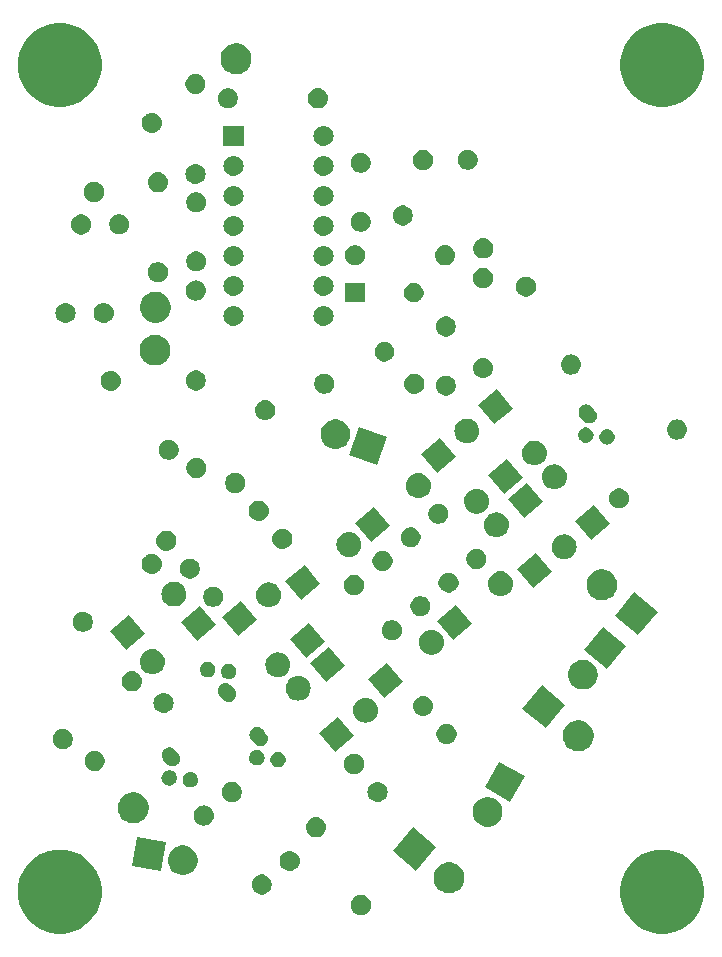
<source format=gbr>
G04 #@! TF.GenerationSoftware,KiCad,Pcbnew,(5.1.2-1)-1*
G04 #@! TF.CreationDate,2021-12-23T16:10:13-05:00*
G04 #@! TF.ProjectId,Diode VCF -  Hyperreal,44696f64-6520-4564-9346-202d20204879,rev?*
G04 #@! TF.SameCoordinates,Original*
G04 #@! TF.FileFunction,Soldermask,Top*
G04 #@! TF.FilePolarity,Negative*
%FSLAX46Y46*%
G04 Gerber Fmt 4.6, Leading zero omitted, Abs format (unit mm)*
G04 Created by KiCad (PCBNEW (5.1.2-1)-1) date 2021-12-23 16:10:13*
%MOMM*%
%LPD*%
G04 APERTURE LIST*
%ADD10C,0.100000*%
G04 APERTURE END LIST*
D10*
G36*
X68035787Y-82585462D02*
G01*
X68107943Y-82615350D01*
X68682029Y-82853144D01*
X69263631Y-83241758D01*
X69758242Y-83736369D01*
X70146856Y-84317971D01*
X70252612Y-84573289D01*
X70414538Y-84964213D01*
X70551000Y-85650256D01*
X70551000Y-86349744D01*
X70414538Y-87035787D01*
X70414537Y-87035789D01*
X70146856Y-87682029D01*
X69758242Y-88263631D01*
X69263631Y-88758242D01*
X68682029Y-89146856D01*
X68225068Y-89336135D01*
X68035787Y-89414538D01*
X67349744Y-89551000D01*
X66650256Y-89551000D01*
X65964213Y-89414538D01*
X65774932Y-89336135D01*
X65317971Y-89146856D01*
X64736369Y-88758242D01*
X64241758Y-88263631D01*
X63853144Y-87682029D01*
X63585463Y-87035789D01*
X63585462Y-87035787D01*
X63449000Y-86349744D01*
X63449000Y-85650256D01*
X63585462Y-84964213D01*
X63747388Y-84573289D01*
X63853144Y-84317971D01*
X64241758Y-83736369D01*
X64736369Y-83241758D01*
X65317971Y-82853144D01*
X65892057Y-82615350D01*
X65964213Y-82585462D01*
X66650256Y-82449000D01*
X67349744Y-82449000D01*
X68035787Y-82585462D01*
X68035787Y-82585462D01*
G37*
G36*
X17035787Y-82585462D02*
G01*
X17107943Y-82615350D01*
X17682029Y-82853144D01*
X18263631Y-83241758D01*
X18758242Y-83736369D01*
X19146856Y-84317971D01*
X19252612Y-84573289D01*
X19414538Y-84964213D01*
X19551000Y-85650256D01*
X19551000Y-86349744D01*
X19414538Y-87035787D01*
X19414537Y-87035789D01*
X19146856Y-87682029D01*
X18758242Y-88263631D01*
X18263631Y-88758242D01*
X17682029Y-89146856D01*
X17225068Y-89336135D01*
X17035787Y-89414538D01*
X16349744Y-89551000D01*
X15650256Y-89551000D01*
X14964213Y-89414538D01*
X14774932Y-89336135D01*
X14317971Y-89146856D01*
X13736369Y-88758242D01*
X13241758Y-88263631D01*
X12853144Y-87682029D01*
X12585463Y-87035789D01*
X12585462Y-87035787D01*
X12449000Y-86349744D01*
X12449000Y-85650256D01*
X12585462Y-84964213D01*
X12747388Y-84573289D01*
X12853144Y-84317971D01*
X13241758Y-83736369D01*
X13736369Y-83241758D01*
X14317971Y-82853144D01*
X14892057Y-82615350D01*
X14964213Y-82585462D01*
X15650256Y-82449000D01*
X16349744Y-82449000D01*
X17035787Y-82585462D01*
X17035787Y-82585462D01*
G37*
G36*
X41748228Y-86321703D02*
G01*
X41903100Y-86385853D01*
X42042481Y-86478985D01*
X42161015Y-86597519D01*
X42254147Y-86736900D01*
X42318297Y-86891772D01*
X42351000Y-87056184D01*
X42351000Y-87223816D01*
X42318297Y-87388228D01*
X42254147Y-87543100D01*
X42161015Y-87682481D01*
X42042481Y-87801015D01*
X41903100Y-87894147D01*
X41748228Y-87958297D01*
X41583816Y-87991000D01*
X41416184Y-87991000D01*
X41251772Y-87958297D01*
X41096900Y-87894147D01*
X40957519Y-87801015D01*
X40838985Y-87682481D01*
X40745853Y-87543100D01*
X40681703Y-87388228D01*
X40649000Y-87223816D01*
X40649000Y-87056184D01*
X40681703Y-86891772D01*
X40745853Y-86736900D01*
X40838985Y-86597519D01*
X40957519Y-86478985D01*
X41096900Y-86385853D01*
X41251772Y-86321703D01*
X41416184Y-86289000D01*
X41583816Y-86289000D01*
X41748228Y-86321703D01*
X41748228Y-86321703D01*
G37*
G36*
X33346825Y-84573289D02*
G01*
X33501697Y-84637439D01*
X33641078Y-84730571D01*
X33759612Y-84849105D01*
X33852744Y-84988486D01*
X33916894Y-85143358D01*
X33949597Y-85307770D01*
X33949597Y-85475402D01*
X33916894Y-85639814D01*
X33852744Y-85794686D01*
X33759612Y-85934067D01*
X33641078Y-86052601D01*
X33501697Y-86145733D01*
X33346825Y-86209883D01*
X33182413Y-86242586D01*
X33014781Y-86242586D01*
X32850369Y-86209883D01*
X32695497Y-86145733D01*
X32556116Y-86052601D01*
X32437582Y-85934067D01*
X32344450Y-85794686D01*
X32280300Y-85639814D01*
X32247597Y-85475402D01*
X32247597Y-85307770D01*
X32280300Y-85143358D01*
X32344450Y-84988486D01*
X32437582Y-84849105D01*
X32556116Y-84730571D01*
X32695497Y-84637439D01*
X32850369Y-84573289D01*
X33014781Y-84540586D01*
X33182413Y-84540586D01*
X33346825Y-84573289D01*
X33346825Y-84573289D01*
G37*
G36*
X49338022Y-83578325D02*
G01*
X49574730Y-83676373D01*
X49574732Y-83676374D01*
X49787764Y-83818717D01*
X49968933Y-83999886D01*
X50111276Y-84212918D01*
X50111277Y-84212920D01*
X50209325Y-84449628D01*
X50259309Y-84700914D01*
X50259309Y-84957128D01*
X50209325Y-85208414D01*
X50111277Y-85445122D01*
X50111276Y-85445124D01*
X49968933Y-85658156D01*
X49787764Y-85839325D01*
X49574732Y-85981668D01*
X49574731Y-85981669D01*
X49574730Y-85981669D01*
X49338022Y-86079717D01*
X49086736Y-86129701D01*
X48830522Y-86129701D01*
X48579236Y-86079717D01*
X48342528Y-85981669D01*
X48342527Y-85981669D01*
X48342526Y-85981668D01*
X48129494Y-85839325D01*
X47948325Y-85658156D01*
X47805982Y-85445124D01*
X47805981Y-85445122D01*
X47707933Y-85208414D01*
X47657949Y-84957128D01*
X47657949Y-84700914D01*
X47707933Y-84449628D01*
X47805981Y-84212920D01*
X47805982Y-84212918D01*
X47948325Y-83999886D01*
X48129494Y-83818717D01*
X48342526Y-83676374D01*
X48342528Y-83676373D01*
X48579236Y-83578325D01*
X48830522Y-83528341D01*
X49086736Y-83528341D01*
X49338022Y-83578325D01*
X49338022Y-83578325D01*
G37*
G36*
X26792151Y-82138378D02*
G01*
X27019819Y-82232681D01*
X27224714Y-82369588D01*
X27398963Y-82543837D01*
X27499546Y-82694370D01*
X27535871Y-82748734D01*
X27630173Y-82976400D01*
X27678248Y-83218089D01*
X27678248Y-83464517D01*
X27656829Y-83572197D01*
X27630173Y-83706206D01*
X27535870Y-83933874D01*
X27398963Y-84138769D01*
X27224714Y-84313018D01*
X27019819Y-84449925D01*
X27019818Y-84449926D01*
X27019817Y-84449926D01*
X26792151Y-84544228D01*
X26550462Y-84592303D01*
X26304034Y-84592303D01*
X26062345Y-84544228D01*
X25834679Y-84449926D01*
X25834678Y-84449926D01*
X25834677Y-84449925D01*
X25629782Y-84313018D01*
X25455533Y-84138769D01*
X25318626Y-83933874D01*
X25224323Y-83706206D01*
X25197667Y-83572197D01*
X25176248Y-83464517D01*
X25176248Y-83218089D01*
X25224323Y-82976400D01*
X25318625Y-82748734D01*
X25354950Y-82694370D01*
X25455533Y-82543837D01*
X25629782Y-82369588D01*
X25834677Y-82232681D01*
X26062345Y-82138378D01*
X26304034Y-82090303D01*
X26550462Y-82090303D01*
X26792151Y-82138378D01*
X26792151Y-82138378D01*
G37*
G36*
X24999852Y-81819316D02*
G01*
X24565385Y-84283305D01*
X22101396Y-83848838D01*
X22535863Y-81384849D01*
X24999852Y-81819316D01*
X24999852Y-81819316D01*
G37*
G36*
X35632497Y-82566687D02*
G01*
X35792916Y-82615350D01*
X35925580Y-82686260D01*
X35940752Y-82694370D01*
X36070333Y-82800715D01*
X36176678Y-82930296D01*
X36176679Y-82930298D01*
X36255698Y-83078132D01*
X36304361Y-83238551D01*
X36320791Y-83405374D01*
X36304361Y-83572197D01*
X36255698Y-83732616D01*
X36253691Y-83736370D01*
X36176678Y-83880452D01*
X36070333Y-84010033D01*
X35940752Y-84116378D01*
X35940750Y-84116379D01*
X35792916Y-84195398D01*
X35632497Y-84244061D01*
X35507478Y-84256374D01*
X35423870Y-84256374D01*
X35298851Y-84244061D01*
X35138432Y-84195398D01*
X34990598Y-84116379D01*
X34990596Y-84116378D01*
X34861015Y-84010033D01*
X34754670Y-83880452D01*
X34677657Y-83736370D01*
X34675650Y-83732616D01*
X34626987Y-83572197D01*
X34610557Y-83405374D01*
X34626987Y-83238551D01*
X34675650Y-83078132D01*
X34754669Y-82930298D01*
X34754670Y-82930296D01*
X34861015Y-82800715D01*
X34990596Y-82694370D01*
X35005768Y-82686260D01*
X35138432Y-82615350D01*
X35298851Y-82566687D01*
X35423870Y-82554374D01*
X35507478Y-82554374D01*
X35632497Y-82566687D01*
X35632497Y-82566687D01*
G37*
G36*
X47872440Y-82219682D02*
G01*
X46200318Y-84212440D01*
X44207560Y-82540318D01*
X45879682Y-80547560D01*
X47872440Y-82219682D01*
X47872440Y-82219682D01*
G37*
G36*
X37856823Y-79702199D02*
G01*
X38017242Y-79750862D01*
X38149906Y-79821772D01*
X38165078Y-79829882D01*
X38294659Y-79936227D01*
X38401004Y-80065808D01*
X38401005Y-80065810D01*
X38480024Y-80213644D01*
X38528687Y-80374063D01*
X38545117Y-80540886D01*
X38528687Y-80707709D01*
X38480024Y-80868128D01*
X38409114Y-81000792D01*
X38401004Y-81015964D01*
X38294659Y-81145545D01*
X38165078Y-81251890D01*
X38165076Y-81251891D01*
X38017242Y-81330910D01*
X37856823Y-81379573D01*
X37731804Y-81391886D01*
X37648196Y-81391886D01*
X37523177Y-81379573D01*
X37362758Y-81330910D01*
X37214924Y-81251891D01*
X37214922Y-81251890D01*
X37085341Y-81145545D01*
X36978996Y-81015964D01*
X36970886Y-81000792D01*
X36899976Y-80868128D01*
X36851313Y-80707709D01*
X36834883Y-80540886D01*
X36851313Y-80374063D01*
X36899976Y-80213644D01*
X36978995Y-80065810D01*
X36978996Y-80065808D01*
X37085341Y-79936227D01*
X37214922Y-79829882D01*
X37230094Y-79821772D01*
X37362758Y-79750862D01*
X37523177Y-79702199D01*
X37648196Y-79689886D01*
X37731804Y-79689886D01*
X37856823Y-79702199D01*
X37856823Y-79702199D01*
G37*
G36*
X52587308Y-78033342D02*
G01*
X52686813Y-78074558D01*
X52814976Y-78127645D01*
X53019871Y-78264552D01*
X53194120Y-78438801D01*
X53331027Y-78643696D01*
X53331028Y-78643698D01*
X53425330Y-78871364D01*
X53473405Y-79113053D01*
X53473405Y-79359481D01*
X53425330Y-79601170D01*
X53383483Y-79702199D01*
X53331027Y-79828838D01*
X53194120Y-80033733D01*
X53019871Y-80207982D01*
X52814976Y-80344889D01*
X52814975Y-80344890D01*
X52814974Y-80344890D01*
X52587308Y-80439192D01*
X52345619Y-80487267D01*
X52099191Y-80487267D01*
X51857502Y-80439192D01*
X51629836Y-80344890D01*
X51629835Y-80344890D01*
X51629834Y-80344889D01*
X51424939Y-80207982D01*
X51250690Y-80033733D01*
X51113783Y-79828838D01*
X51061328Y-79702199D01*
X51019480Y-79601170D01*
X50971405Y-79359481D01*
X50971405Y-79113053D01*
X51019480Y-78871364D01*
X51113782Y-78643698D01*
X51113783Y-78643696D01*
X51250690Y-78438801D01*
X51424939Y-78264552D01*
X51629834Y-78127645D01*
X51757998Y-78074558D01*
X51857502Y-78033342D01*
X52099191Y-77985267D01*
X52345619Y-77985267D01*
X52587308Y-78033342D01*
X52587308Y-78033342D01*
G37*
G36*
X28367378Y-78715640D02*
G01*
X28527797Y-78764303D01*
X28660461Y-78835213D01*
X28675633Y-78843323D01*
X28805214Y-78949668D01*
X28911559Y-79079249D01*
X28911560Y-79079251D01*
X28990579Y-79227085D01*
X29039242Y-79387504D01*
X29055672Y-79554327D01*
X29039242Y-79721150D01*
X28990579Y-79881569D01*
X28919669Y-80014233D01*
X28911559Y-80029405D01*
X28805214Y-80158986D01*
X28675633Y-80265331D01*
X28675631Y-80265332D01*
X28527797Y-80344351D01*
X28527794Y-80344352D01*
X28526020Y-80344890D01*
X28367378Y-80393014D01*
X28242359Y-80405327D01*
X28158751Y-80405327D01*
X28033732Y-80393014D01*
X27875090Y-80344890D01*
X27873316Y-80344352D01*
X27873313Y-80344351D01*
X27725479Y-80265332D01*
X27725477Y-80265331D01*
X27595896Y-80158986D01*
X27489551Y-80029405D01*
X27481441Y-80014233D01*
X27410531Y-79881569D01*
X27361868Y-79721150D01*
X27345438Y-79554327D01*
X27361868Y-79387504D01*
X27410531Y-79227085D01*
X27489550Y-79079251D01*
X27489551Y-79079249D01*
X27595896Y-78949668D01*
X27725477Y-78843323D01*
X27740649Y-78835213D01*
X27873313Y-78764303D01*
X28033732Y-78715640D01*
X28158751Y-78703327D01*
X28242359Y-78703327D01*
X28367378Y-78715640D01*
X28367378Y-78715640D01*
G37*
G36*
X22603506Y-77652997D02*
G01*
X22786751Y-77728900D01*
X22840216Y-77751046D01*
X23053248Y-77893389D01*
X23234417Y-78074558D01*
X23367065Y-78273081D01*
X23376761Y-78287592D01*
X23474809Y-78524300D01*
X23524793Y-78775586D01*
X23524793Y-79031800D01*
X23474809Y-79283086D01*
X23443165Y-79359480D01*
X23376760Y-79519796D01*
X23234417Y-79732828D01*
X23053248Y-79913997D01*
X22840216Y-80056340D01*
X22840215Y-80056341D01*
X22840214Y-80056341D01*
X22603506Y-80154389D01*
X22352220Y-80204373D01*
X22096006Y-80204373D01*
X21844720Y-80154389D01*
X21608012Y-80056341D01*
X21608011Y-80056341D01*
X21608010Y-80056340D01*
X21394978Y-79913997D01*
X21213809Y-79732828D01*
X21071466Y-79519796D01*
X21005061Y-79359480D01*
X20973417Y-79283086D01*
X20923433Y-79031800D01*
X20923433Y-78775586D01*
X20973417Y-78524300D01*
X21071465Y-78287592D01*
X21081161Y-78273081D01*
X21213809Y-78074558D01*
X21394978Y-77893389D01*
X21608010Y-77751046D01*
X21661475Y-77728900D01*
X21844720Y-77652997D01*
X22096006Y-77603013D01*
X22352220Y-77603013D01*
X22603506Y-77652997D01*
X22603506Y-77652997D01*
G37*
G36*
X30815860Y-76749818D02*
G01*
X30970732Y-76813968D01*
X31110113Y-76907100D01*
X31228647Y-77025634D01*
X31321779Y-77165015D01*
X31385929Y-77319887D01*
X31418632Y-77484299D01*
X31418632Y-77651931D01*
X31385929Y-77816343D01*
X31321779Y-77971215D01*
X31228647Y-78110596D01*
X31110113Y-78229130D01*
X30970732Y-78322262D01*
X30815860Y-78386412D01*
X30651448Y-78419115D01*
X30483816Y-78419115D01*
X30319404Y-78386412D01*
X30164532Y-78322262D01*
X30025151Y-78229130D01*
X29906617Y-78110596D01*
X29813485Y-77971215D01*
X29749335Y-77816343D01*
X29716632Y-77651931D01*
X29716632Y-77484299D01*
X29749335Y-77319887D01*
X29813485Y-77165015D01*
X29906617Y-77025634D01*
X30025151Y-76907100D01*
X30164532Y-76813968D01*
X30319404Y-76749818D01*
X30483816Y-76717115D01*
X30651448Y-76717115D01*
X30815860Y-76749818D01*
X30815860Y-76749818D01*
G37*
G36*
X55391804Y-76248709D02*
G01*
X54140803Y-78415506D01*
X51974006Y-77164505D01*
X53225007Y-74997708D01*
X55391804Y-76248709D01*
X55391804Y-76248709D01*
G37*
G36*
X43078541Y-76723390D02*
G01*
X43238960Y-76772053D01*
X43317375Y-76813967D01*
X43386796Y-76851073D01*
X43516377Y-76957418D01*
X43622722Y-77086999D01*
X43622723Y-77087001D01*
X43701742Y-77234835D01*
X43750405Y-77395254D01*
X43766835Y-77562077D01*
X43750405Y-77728900D01*
X43701742Y-77889319D01*
X43650457Y-77985267D01*
X43622722Y-78037155D01*
X43516377Y-78166736D01*
X43386796Y-78273081D01*
X43386794Y-78273082D01*
X43238960Y-78352101D01*
X43078541Y-78400764D01*
X42953522Y-78413077D01*
X42869914Y-78413077D01*
X42744895Y-78400764D01*
X42584476Y-78352101D01*
X42436642Y-78273082D01*
X42436640Y-78273081D01*
X42307059Y-78166736D01*
X42200714Y-78037155D01*
X42172979Y-77985267D01*
X42121694Y-77889319D01*
X42073031Y-77728900D01*
X42056601Y-77562077D01*
X42073031Y-77395254D01*
X42121694Y-77234835D01*
X42200713Y-77087001D01*
X42200714Y-77086999D01*
X42307059Y-76957418D01*
X42436640Y-76851073D01*
X42506061Y-76813967D01*
X42584476Y-76772053D01*
X42744895Y-76723390D01*
X42869914Y-76711077D01*
X42953522Y-76711077D01*
X43078541Y-76723390D01*
X43078541Y-76723390D01*
G37*
G36*
X27117148Y-75874589D02*
G01*
X27180911Y-75880869D01*
X27271697Y-75908409D01*
X27303629Y-75918095D01*
X27416718Y-75978543D01*
X27515847Y-76059895D01*
X27597199Y-76159024D01*
X27657647Y-76272113D01*
X27657648Y-76272117D01*
X27694873Y-76394831D01*
X27707442Y-76522449D01*
X27694873Y-76650067D01*
X27676366Y-76711077D01*
X27657647Y-76772785D01*
X27597199Y-76885874D01*
X27515847Y-76985003D01*
X27416718Y-77066355D01*
X27303629Y-77126803D01*
X27271697Y-77136489D01*
X27180911Y-77164029D01*
X27117148Y-77170309D01*
X27085267Y-77173449D01*
X27021319Y-77173449D01*
X26989438Y-77170309D01*
X26925675Y-77164029D01*
X26834889Y-77136489D01*
X26802957Y-77126803D01*
X26689868Y-77066355D01*
X26590739Y-76985003D01*
X26509387Y-76885874D01*
X26448939Y-76772785D01*
X26430220Y-76711077D01*
X26411713Y-76650067D01*
X26399144Y-76522449D01*
X26411713Y-76394831D01*
X26448938Y-76272117D01*
X26448939Y-76272113D01*
X26509387Y-76159024D01*
X26590739Y-76059895D01*
X26689868Y-75978543D01*
X26802957Y-75918095D01*
X26834889Y-75908409D01*
X26925675Y-75880869D01*
X26989438Y-75874589D01*
X27021319Y-75871449D01*
X27085267Y-75871449D01*
X27117148Y-75874589D01*
X27117148Y-75874589D01*
G37*
G36*
X25327931Y-75718053D02*
G01*
X25391694Y-75724333D01*
X25482480Y-75751873D01*
X25514412Y-75761559D01*
X25627501Y-75822007D01*
X25726630Y-75903359D01*
X25807982Y-76002488D01*
X25868430Y-76115577D01*
X25868431Y-76115581D01*
X25905656Y-76238295D01*
X25918225Y-76365913D01*
X25905656Y-76493531D01*
X25878116Y-76584317D01*
X25868430Y-76616249D01*
X25807982Y-76729338D01*
X25726630Y-76828467D01*
X25627501Y-76909819D01*
X25514412Y-76970267D01*
X25482480Y-76979953D01*
X25391694Y-77007493D01*
X25327931Y-77013773D01*
X25296050Y-77016913D01*
X25232102Y-77016913D01*
X25200221Y-77013773D01*
X25136458Y-77007493D01*
X25045672Y-76979953D01*
X25013740Y-76970267D01*
X24900651Y-76909819D01*
X24801522Y-76828467D01*
X24720170Y-76729338D01*
X24659722Y-76616249D01*
X24650036Y-76584317D01*
X24622496Y-76493531D01*
X24609927Y-76365913D01*
X24622496Y-76238295D01*
X24659721Y-76115581D01*
X24659722Y-76115577D01*
X24720170Y-76002488D01*
X24801522Y-75903359D01*
X24900651Y-75822007D01*
X25013740Y-75761559D01*
X25045672Y-75751873D01*
X25136458Y-75724333D01*
X25200221Y-75718053D01*
X25232102Y-75714913D01*
X25296050Y-75714913D01*
X25327931Y-75718053D01*
X25327931Y-75718053D01*
G37*
G36*
X41174965Y-74362614D02*
G01*
X41329837Y-74426764D01*
X41469218Y-74519896D01*
X41587752Y-74638430D01*
X41680884Y-74777811D01*
X41745034Y-74932683D01*
X41777737Y-75097095D01*
X41777737Y-75264727D01*
X41745034Y-75429139D01*
X41680884Y-75584011D01*
X41587752Y-75723392D01*
X41469218Y-75841926D01*
X41329837Y-75935058D01*
X41174965Y-75999208D01*
X41010553Y-76031911D01*
X40842921Y-76031911D01*
X40678509Y-75999208D01*
X40523637Y-75935058D01*
X40384256Y-75841926D01*
X40265722Y-75723392D01*
X40172590Y-75584011D01*
X40108440Y-75429139D01*
X40075737Y-75264727D01*
X40075737Y-75097095D01*
X40108440Y-74932683D01*
X40172590Y-74777811D01*
X40265722Y-74638430D01*
X40384256Y-74519896D01*
X40523637Y-74426764D01*
X40678509Y-74362614D01*
X40842921Y-74329911D01*
X41010553Y-74329911D01*
X41174965Y-74362614D01*
X41174965Y-74362614D01*
G37*
G36*
X19200285Y-74108126D02*
G01*
X19355157Y-74172276D01*
X19494538Y-74265408D01*
X19613072Y-74383942D01*
X19706204Y-74523323D01*
X19770354Y-74678195D01*
X19803057Y-74842607D01*
X19803057Y-75010239D01*
X19770354Y-75174651D01*
X19706204Y-75329523D01*
X19613072Y-75468904D01*
X19494538Y-75587438D01*
X19355157Y-75680570D01*
X19200285Y-75744720D01*
X19035873Y-75777423D01*
X18868241Y-75777423D01*
X18703829Y-75744720D01*
X18548957Y-75680570D01*
X18409576Y-75587438D01*
X18291042Y-75468904D01*
X18197910Y-75329523D01*
X18133760Y-75174651D01*
X18101057Y-75010239D01*
X18101057Y-74842607D01*
X18133760Y-74678195D01*
X18197910Y-74523323D01*
X18291042Y-74383942D01*
X18409576Y-74265408D01*
X18548957Y-74172276D01*
X18703829Y-74108126D01*
X18868241Y-74075423D01*
X19035873Y-74075423D01*
X19200285Y-74108126D01*
X19200285Y-74108126D01*
G37*
G36*
X34542635Y-74160575D02*
G01*
X34606398Y-74166855D01*
X34697184Y-74194395D01*
X34729116Y-74204081D01*
X34842205Y-74264529D01*
X34941334Y-74345881D01*
X35022686Y-74445010D01*
X35083134Y-74558099D01*
X35083135Y-74558103D01*
X35120360Y-74680817D01*
X35132929Y-74808435D01*
X35120360Y-74936053D01*
X35101657Y-74997708D01*
X35083134Y-75058771D01*
X35022686Y-75171860D01*
X34941334Y-75270989D01*
X34842205Y-75352341D01*
X34729116Y-75412789D01*
X34697184Y-75422475D01*
X34606398Y-75450015D01*
X34542635Y-75456295D01*
X34510754Y-75459435D01*
X34446806Y-75459435D01*
X34414925Y-75456295D01*
X34351162Y-75450015D01*
X34260376Y-75422475D01*
X34228444Y-75412789D01*
X34115355Y-75352341D01*
X34016226Y-75270989D01*
X33934874Y-75171860D01*
X33874426Y-75058771D01*
X33855903Y-74997708D01*
X33837200Y-74936053D01*
X33824631Y-74808435D01*
X33837200Y-74680817D01*
X33874425Y-74558103D01*
X33874426Y-74558099D01*
X33934874Y-74445010D01*
X34016226Y-74345881D01*
X34115355Y-74264529D01*
X34228444Y-74204081D01*
X34260376Y-74194395D01*
X34351162Y-74166855D01*
X34414925Y-74160575D01*
X34446806Y-74157435D01*
X34510754Y-74157435D01*
X34542635Y-74160575D01*
X34542635Y-74160575D01*
G37*
G36*
X25475103Y-73795471D02*
G01*
X25594104Y-73843249D01*
X25604416Y-73849978D01*
X25701500Y-73913326D01*
X25770196Y-73980539D01*
X26068416Y-74335943D01*
X26068420Y-74335948D01*
X26122679Y-74415266D01*
X26169236Y-74524283D01*
X26173042Y-74533197D01*
X26199431Y-74658689D01*
X26199672Y-74680817D01*
X26200830Y-74786919D01*
X26177186Y-74912954D01*
X26129408Y-75031955D01*
X26129407Y-75031956D01*
X26059331Y-75139351D01*
X26004096Y-75195804D01*
X25969647Y-75231013D01*
X25863809Y-75303414D01*
X25745879Y-75353777D01*
X25702271Y-75362947D01*
X25620386Y-75380166D01*
X25555916Y-75380869D01*
X25492156Y-75381565D01*
X25381251Y-75360759D01*
X25366121Y-75357921D01*
X25295383Y-75329520D01*
X25247118Y-75310142D01*
X25187114Y-75270988D01*
X25139724Y-75240066D01*
X25071028Y-75172853D01*
X24772808Y-74817449D01*
X24772807Y-74817448D01*
X24772804Y-74817444D01*
X24718545Y-74738126D01*
X24668182Y-74620196D01*
X24649888Y-74533196D01*
X24641793Y-74494702D01*
X24640927Y-74415266D01*
X24640394Y-74366474D01*
X24664038Y-74240438D01*
X24711816Y-74121437D01*
X24741841Y-74075423D01*
X24781893Y-74014041D01*
X24871575Y-73922381D01*
X24871577Y-73922379D01*
X24977415Y-73849978D01*
X25095345Y-73799615D01*
X25148123Y-73788517D01*
X25220839Y-73773226D01*
X25284952Y-73772527D01*
X25349067Y-73771827D01*
X25475103Y-73795471D01*
X25475103Y-73795471D01*
G37*
G36*
X32753418Y-74004039D02*
G01*
X32817181Y-74010319D01*
X32907967Y-74037859D01*
X32939899Y-74047545D01*
X33052988Y-74107993D01*
X33152117Y-74189345D01*
X33233469Y-74288474D01*
X33293917Y-74401563D01*
X33293918Y-74401567D01*
X33331143Y-74524281D01*
X33343712Y-74651899D01*
X33331143Y-74779517D01*
X33319638Y-74817444D01*
X33293917Y-74902235D01*
X33233469Y-75015324D01*
X33152117Y-75114453D01*
X33052988Y-75195805D01*
X32939899Y-75256253D01*
X32911967Y-75264726D01*
X32817181Y-75293479D01*
X32753418Y-75299759D01*
X32721537Y-75302899D01*
X32657589Y-75302899D01*
X32625708Y-75299759D01*
X32561945Y-75293479D01*
X32467159Y-75264726D01*
X32439227Y-75256253D01*
X32326138Y-75195805D01*
X32227009Y-75114453D01*
X32145657Y-75015324D01*
X32085209Y-74902235D01*
X32059488Y-74817444D01*
X32047983Y-74779517D01*
X32035414Y-74651899D01*
X32047983Y-74524281D01*
X32085208Y-74401567D01*
X32085209Y-74401563D01*
X32145657Y-74288474D01*
X32227009Y-74189345D01*
X32326138Y-74107993D01*
X32439227Y-74047545D01*
X32471159Y-74037859D01*
X32561945Y-74010319D01*
X32625708Y-74004039D01*
X32657589Y-74000899D01*
X32721537Y-74000899D01*
X32753418Y-74004039D01*
X32753418Y-74004039D01*
G37*
G36*
X40931551Y-72789279D02*
G01*
X39321326Y-74140418D01*
X37970187Y-72530193D01*
X39580412Y-71179054D01*
X40931551Y-72789279D01*
X40931551Y-72789279D01*
G37*
G36*
X60279392Y-71549304D02*
G01*
X60516100Y-71647352D01*
X60516102Y-71647353D01*
X60729134Y-71789696D01*
X60910303Y-71970865D01*
X61052646Y-72183897D01*
X61052647Y-72183899D01*
X61150695Y-72420607D01*
X61200679Y-72671893D01*
X61200679Y-72928107D01*
X61150695Y-73179393D01*
X61052647Y-73416101D01*
X61052646Y-73416103D01*
X60910303Y-73629135D01*
X60729134Y-73810304D01*
X60516102Y-73952647D01*
X60516101Y-73952648D01*
X60516100Y-73952648D01*
X60279392Y-74050696D01*
X60028106Y-74100680D01*
X59771892Y-74100680D01*
X59520606Y-74050696D01*
X59283898Y-73952648D01*
X59283897Y-73952648D01*
X59283896Y-73952647D01*
X59070864Y-73810304D01*
X58889695Y-73629135D01*
X58747352Y-73416103D01*
X58747351Y-73416101D01*
X58649303Y-73179393D01*
X58599319Y-72928107D01*
X58599319Y-72671893D01*
X58649303Y-72420607D01*
X58747351Y-72183899D01*
X58747352Y-72183897D01*
X58889695Y-71970865D01*
X59070864Y-71789696D01*
X59283896Y-71647353D01*
X59283898Y-71647352D01*
X59520606Y-71549304D01*
X59771892Y-71499320D01*
X60028106Y-71499320D01*
X60279392Y-71549304D01*
X60279392Y-71549304D01*
G37*
G36*
X16501384Y-72260740D02*
G01*
X16656256Y-72324890D01*
X16795637Y-72418022D01*
X16914171Y-72536556D01*
X17007303Y-72675937D01*
X17071453Y-72830809D01*
X17104156Y-72995221D01*
X17104156Y-73162853D01*
X17071453Y-73327265D01*
X17007303Y-73482137D01*
X16914171Y-73621518D01*
X16795637Y-73740052D01*
X16656256Y-73833184D01*
X16501384Y-73897334D01*
X16336972Y-73930037D01*
X16169340Y-73930037D01*
X16004928Y-73897334D01*
X15850056Y-73833184D01*
X15710675Y-73740052D01*
X15592141Y-73621518D01*
X15499009Y-73482137D01*
X15434859Y-73327265D01*
X15402156Y-73162853D01*
X15402156Y-72995221D01*
X15434859Y-72830809D01*
X15499009Y-72675937D01*
X15592141Y-72536556D01*
X15710675Y-72418022D01*
X15850056Y-72324890D01*
X16004928Y-72260740D01*
X16169340Y-72228037D01*
X16336972Y-72228037D01*
X16501384Y-72260740D01*
X16501384Y-72260740D01*
G37*
G36*
X32900590Y-72081457D02*
G01*
X33019591Y-72129235D01*
X33029903Y-72135964D01*
X33126987Y-72199312D01*
X33195683Y-72266525D01*
X33413765Y-72526425D01*
X33493907Y-72621934D01*
X33548166Y-72701252D01*
X33585759Y-72789279D01*
X33598529Y-72819183D01*
X33624918Y-72944675D01*
X33625469Y-72995221D01*
X33626317Y-73072905D01*
X33602673Y-73198940D01*
X33554895Y-73317941D01*
X33554894Y-73317942D01*
X33484818Y-73425337D01*
X33429053Y-73482332D01*
X33395134Y-73516999D01*
X33289296Y-73589400D01*
X33171366Y-73639763D01*
X33127758Y-73648933D01*
X33045873Y-73666152D01*
X32981403Y-73666855D01*
X32917643Y-73667551D01*
X32806738Y-73646745D01*
X32791608Y-73643907D01*
X32732107Y-73620018D01*
X32672605Y-73596128D01*
X32565211Y-73526052D01*
X32496515Y-73458839D01*
X32198295Y-73103435D01*
X32198294Y-73103434D01*
X32198291Y-73103430D01*
X32144032Y-73024112D01*
X32093669Y-72906182D01*
X32077820Y-72830809D01*
X32067280Y-72780688D01*
X32066414Y-72701252D01*
X32065881Y-72652460D01*
X32089525Y-72526424D01*
X32137303Y-72407423D01*
X32191157Y-72324890D01*
X32207380Y-72300027D01*
X32297062Y-72208367D01*
X32297064Y-72208365D01*
X32402902Y-72135964D01*
X32520832Y-72085601D01*
X32573610Y-72074503D01*
X32646326Y-72059212D01*
X32710439Y-72058513D01*
X32774554Y-72057813D01*
X32900590Y-72081457D01*
X32900590Y-72081457D01*
G37*
G36*
X48997205Y-71845738D02*
G01*
X49152077Y-71909888D01*
X49291458Y-72003020D01*
X49409992Y-72121554D01*
X49503124Y-72260935D01*
X49567274Y-72415807D01*
X49599977Y-72580219D01*
X49599977Y-72747851D01*
X49567274Y-72912263D01*
X49503124Y-73067135D01*
X49409992Y-73206516D01*
X49291458Y-73325050D01*
X49152077Y-73418182D01*
X48997205Y-73482332D01*
X48832793Y-73515035D01*
X48665161Y-73515035D01*
X48500749Y-73482332D01*
X48345877Y-73418182D01*
X48206496Y-73325050D01*
X48087962Y-73206516D01*
X47994830Y-73067135D01*
X47930680Y-72912263D01*
X47897977Y-72747851D01*
X47897977Y-72580219D01*
X47930680Y-72415807D01*
X47994830Y-72260935D01*
X48087962Y-72121554D01*
X48206496Y-72003020D01*
X48345877Y-71909888D01*
X48500749Y-71845738D01*
X48665161Y-71813035D01*
X48832793Y-71813035D01*
X48997205Y-71845738D01*
X48997205Y-71845738D01*
G37*
G36*
X58813810Y-70190661D02*
G01*
X57141688Y-72183419D01*
X55148930Y-70511297D01*
X56821052Y-68518539D01*
X58813810Y-70190661D01*
X58813810Y-70190661D01*
G37*
G36*
X42002845Y-69585062D02*
G01*
X42105780Y-69595200D01*
X42303894Y-69655298D01*
X42303897Y-69655299D01*
X42370024Y-69690645D01*
X42486477Y-69752890D01*
X42646513Y-69884228D01*
X42777851Y-70044264D01*
X42816218Y-70116044D01*
X42875442Y-70226844D01*
X42875443Y-70226847D01*
X42935541Y-70424961D01*
X42955833Y-70630993D01*
X42935541Y-70837025D01*
X42887961Y-70993873D01*
X42875442Y-71035142D01*
X42823687Y-71131968D01*
X42777851Y-71217722D01*
X42646513Y-71377758D01*
X42486477Y-71509096D01*
X42411253Y-71549304D01*
X42303897Y-71606687D01*
X42303894Y-71606688D01*
X42105780Y-71666786D01*
X42002845Y-71676924D01*
X41951379Y-71681993D01*
X41848117Y-71681993D01*
X41796651Y-71676924D01*
X41693716Y-71666786D01*
X41495602Y-71606688D01*
X41495599Y-71606687D01*
X41388243Y-71549304D01*
X41313019Y-71509096D01*
X41152983Y-71377758D01*
X41021645Y-71217722D01*
X40975809Y-71131968D01*
X40924054Y-71035142D01*
X40911535Y-70993873D01*
X40863955Y-70837025D01*
X40843663Y-70630993D01*
X40863955Y-70424961D01*
X40924053Y-70226847D01*
X40924054Y-70226844D01*
X40983278Y-70116044D01*
X41021645Y-70044264D01*
X41152983Y-69884228D01*
X41313019Y-69752890D01*
X41429472Y-69690645D01*
X41495599Y-69655299D01*
X41495602Y-69655298D01*
X41693716Y-69595200D01*
X41796651Y-69585062D01*
X41848117Y-69579993D01*
X41951379Y-69579993D01*
X42002845Y-69585062D01*
X42002845Y-69585062D01*
G37*
G36*
X46930819Y-69444182D02*
G01*
X47091238Y-69492845D01*
X47223902Y-69563755D01*
X47239074Y-69571865D01*
X47368655Y-69678210D01*
X47475000Y-69807791D01*
X47475001Y-69807793D01*
X47554020Y-69955627D01*
X47602683Y-70116046D01*
X47619113Y-70282869D01*
X47602683Y-70449692D01*
X47554020Y-70610111D01*
X47542858Y-70630993D01*
X47475000Y-70757947D01*
X47368655Y-70887528D01*
X47239074Y-70993873D01*
X47239072Y-70993874D01*
X47091238Y-71072893D01*
X46930819Y-71121556D01*
X46805800Y-71133869D01*
X46722192Y-71133869D01*
X46597173Y-71121556D01*
X46436754Y-71072893D01*
X46288920Y-70993874D01*
X46288918Y-70993873D01*
X46159337Y-70887528D01*
X46052992Y-70757947D01*
X45985134Y-70630993D01*
X45973972Y-70610111D01*
X45925309Y-70449692D01*
X45908879Y-70282869D01*
X45925309Y-70116046D01*
X45973972Y-69955627D01*
X46052991Y-69807793D01*
X46052992Y-69807791D01*
X46159337Y-69678210D01*
X46288918Y-69571865D01*
X46304090Y-69563755D01*
X46436754Y-69492845D01*
X46597173Y-69444182D01*
X46722192Y-69431869D01*
X46805800Y-69431869D01*
X46930819Y-69444182D01*
X46930819Y-69444182D01*
G37*
G36*
X24956139Y-69189694D02*
G01*
X25116558Y-69238357D01*
X25212090Y-69289420D01*
X25264394Y-69317377D01*
X25393975Y-69423722D01*
X25500320Y-69553303D01*
X25500321Y-69553305D01*
X25579340Y-69701139D01*
X25628003Y-69861558D01*
X25644433Y-70028381D01*
X25628003Y-70195204D01*
X25579340Y-70355623D01*
X25542278Y-70424961D01*
X25500320Y-70503459D01*
X25393975Y-70633040D01*
X25264394Y-70739385D01*
X25264392Y-70739386D01*
X25116558Y-70818405D01*
X24956139Y-70867068D01*
X24831120Y-70879381D01*
X24747512Y-70879381D01*
X24622493Y-70867068D01*
X24462074Y-70818405D01*
X24314240Y-70739386D01*
X24314238Y-70739385D01*
X24184657Y-70633040D01*
X24078312Y-70503459D01*
X24036354Y-70424961D01*
X23999292Y-70355623D01*
X23950629Y-70195204D01*
X23934199Y-70028381D01*
X23950629Y-69861558D01*
X23999292Y-69701139D01*
X24078311Y-69553305D01*
X24078312Y-69553303D01*
X24184657Y-69423722D01*
X24314238Y-69317377D01*
X24366542Y-69289420D01*
X24462074Y-69238357D01*
X24622493Y-69189694D01*
X24747512Y-69177381D01*
X24831120Y-69177381D01*
X24956139Y-69189694D01*
X24956139Y-69189694D01*
G37*
G36*
X30210649Y-68346765D02*
G01*
X30329650Y-68394543D01*
X30339962Y-68401272D01*
X30437046Y-68464620D01*
X30505742Y-68531833D01*
X30723824Y-68791733D01*
X30803966Y-68887242D01*
X30858225Y-68966560D01*
X30892150Y-69045998D01*
X30908588Y-69084491D01*
X30934977Y-69209983D01*
X30935286Y-69238356D01*
X30936376Y-69338213D01*
X30912732Y-69464248D01*
X30864954Y-69583249D01*
X30864953Y-69583250D01*
X30794877Y-69690645D01*
X30733975Y-69752890D01*
X30705193Y-69782307D01*
X30599355Y-69854708D01*
X30481425Y-69905071D01*
X30437817Y-69914241D01*
X30355932Y-69931460D01*
X30291462Y-69932163D01*
X30227702Y-69932859D01*
X30116797Y-69912053D01*
X30101667Y-69909215D01*
X30039432Y-69884228D01*
X29982664Y-69861436D01*
X29917982Y-69819230D01*
X29875270Y-69791360D01*
X29806574Y-69724147D01*
X29508354Y-69368743D01*
X29508353Y-69368742D01*
X29508350Y-69368738D01*
X29454091Y-69289420D01*
X29403728Y-69171490D01*
X29385434Y-69084490D01*
X29377339Y-69045996D01*
X29376557Y-68974260D01*
X29375940Y-68917768D01*
X29399584Y-68791732D01*
X29447362Y-68672731D01*
X29471713Y-68635412D01*
X29517439Y-68565335D01*
X29607121Y-68473675D01*
X29607123Y-68473673D01*
X29712961Y-68401272D01*
X29830891Y-68350909D01*
X29883669Y-68339811D01*
X29956385Y-68324520D01*
X30020498Y-68323821D01*
X30084613Y-68323121D01*
X30210649Y-68346765D01*
X30210649Y-68346765D01*
G37*
G36*
X36288605Y-67722299D02*
G01*
X36391540Y-67732437D01*
X36589654Y-67792535D01*
X36589657Y-67792536D01*
X36665803Y-67833237D01*
X36772237Y-67890127D01*
X36932273Y-68021465D01*
X37063611Y-68181501D01*
X37084279Y-68220169D01*
X37161202Y-68364081D01*
X37161203Y-68364084D01*
X37221301Y-68562198D01*
X37241593Y-68768230D01*
X37221301Y-68974262D01*
X37187863Y-69084490D01*
X37161202Y-69172379D01*
X37141102Y-69209983D01*
X37063611Y-69354959D01*
X36932273Y-69514995D01*
X36772237Y-69646333D01*
X36686483Y-69692169D01*
X36589657Y-69743924D01*
X36589654Y-69743925D01*
X36391540Y-69804023D01*
X36288605Y-69814161D01*
X36237139Y-69819230D01*
X36133877Y-69819230D01*
X36082411Y-69814161D01*
X35979476Y-69804023D01*
X35781362Y-69743925D01*
X35781359Y-69743924D01*
X35684533Y-69692169D01*
X35598779Y-69646333D01*
X35438743Y-69514995D01*
X35307405Y-69354959D01*
X35229914Y-69209983D01*
X35209814Y-69172379D01*
X35183153Y-69084490D01*
X35149715Y-68974262D01*
X35129423Y-68768230D01*
X35149715Y-68562198D01*
X35209813Y-68364084D01*
X35209814Y-68364081D01*
X35286737Y-68220169D01*
X35307405Y-68181501D01*
X35438743Y-68021465D01*
X35598779Y-67890127D01*
X35705213Y-67833237D01*
X35781359Y-67792536D01*
X35781362Y-67792535D01*
X35979476Y-67732437D01*
X36082411Y-67722299D01*
X36133877Y-67717230D01*
X36237139Y-67717230D01*
X36288605Y-67722299D01*
X36288605Y-67722299D01*
G37*
G36*
X45053124Y-68273491D02*
G01*
X43442899Y-69624630D01*
X42091760Y-68014405D01*
X43701985Y-66663266D01*
X45053124Y-68273491D01*
X45053124Y-68273491D01*
G37*
G36*
X22257238Y-67342308D02*
G01*
X22417657Y-67390971D01*
X22550321Y-67461881D01*
X22565493Y-67469991D01*
X22695074Y-67576336D01*
X22801419Y-67705917D01*
X22801420Y-67705919D01*
X22880439Y-67853753D01*
X22929102Y-68014172D01*
X22945532Y-68180995D01*
X22929102Y-68347818D01*
X22880439Y-68508237D01*
X22851596Y-68562198D01*
X22801419Y-68656073D01*
X22695074Y-68785654D01*
X22565493Y-68891999D01*
X22565491Y-68892000D01*
X22417657Y-68971019D01*
X22417654Y-68971020D01*
X22387795Y-68980078D01*
X22257238Y-69019682D01*
X22132219Y-69031995D01*
X22048611Y-69031995D01*
X21923592Y-69019682D01*
X21793035Y-68980078D01*
X21763176Y-68971020D01*
X21763173Y-68971019D01*
X21615339Y-68892000D01*
X21615337Y-68891999D01*
X21485756Y-68785654D01*
X21379411Y-68656073D01*
X21329234Y-68562198D01*
X21300391Y-68508237D01*
X21251728Y-68347818D01*
X21235298Y-68180995D01*
X21251728Y-68014172D01*
X21300391Y-67853753D01*
X21379410Y-67705919D01*
X21379411Y-67705917D01*
X21485756Y-67576336D01*
X21615337Y-67469991D01*
X21630509Y-67461881D01*
X21763173Y-67390971D01*
X21923592Y-67342308D01*
X22048611Y-67329995D01*
X22132219Y-67329995D01*
X22257238Y-67342308D01*
X22257238Y-67342308D01*
G37*
G36*
X60652838Y-66425122D02*
G01*
X60880506Y-66519425D01*
X61085401Y-66656332D01*
X61259650Y-66830581D01*
X61372427Y-66999363D01*
X61396558Y-67035478D01*
X61490860Y-67263144D01*
X61524562Y-67432573D01*
X61538935Y-67504834D01*
X61538935Y-67751260D01*
X61490860Y-67992950D01*
X61396557Y-68220618D01*
X61259650Y-68425513D01*
X61085401Y-68599762D01*
X60880506Y-68736669D01*
X60880505Y-68736670D01*
X60880504Y-68736670D01*
X60652838Y-68830972D01*
X60411149Y-68879047D01*
X60164721Y-68879047D01*
X59923032Y-68830972D01*
X59695366Y-68736670D01*
X59695365Y-68736670D01*
X59695364Y-68736669D01*
X59490469Y-68599762D01*
X59316220Y-68425513D01*
X59179313Y-68220618D01*
X59085010Y-67992950D01*
X59036935Y-67751260D01*
X59036935Y-67504834D01*
X59051309Y-67432573D01*
X59085010Y-67263144D01*
X59179312Y-67035478D01*
X59203443Y-66999363D01*
X59316220Y-66830581D01*
X59490469Y-66656332D01*
X59695364Y-66519425D01*
X59923032Y-66425122D01*
X60164721Y-66377047D01*
X60411149Y-66377047D01*
X60652838Y-66425122D01*
X60652838Y-66425122D01*
G37*
G36*
X40115069Y-66869030D02*
G01*
X38504844Y-68220169D01*
X37153705Y-66609944D01*
X38763930Y-65258805D01*
X40115069Y-66869030D01*
X40115069Y-66869030D01*
G37*
G36*
X30376549Y-66690913D02*
G01*
X30440312Y-66697193D01*
X30531098Y-66724733D01*
X30563030Y-66734419D01*
X30676119Y-66794867D01*
X30775248Y-66876219D01*
X30856600Y-66975348D01*
X30917048Y-67088437D01*
X30917049Y-67088441D01*
X30954274Y-67211155D01*
X30966843Y-67338773D01*
X30954274Y-67466391D01*
X30942030Y-67506753D01*
X30917048Y-67589109D01*
X30856600Y-67702198D01*
X30775248Y-67801327D01*
X30676119Y-67882679D01*
X30563030Y-67943127D01*
X30531098Y-67952813D01*
X30440312Y-67980353D01*
X30376549Y-67986633D01*
X30344668Y-67989773D01*
X30280720Y-67989773D01*
X30248839Y-67986633D01*
X30185076Y-67980353D01*
X30094290Y-67952813D01*
X30062358Y-67943127D01*
X29949269Y-67882679D01*
X29850140Y-67801327D01*
X29768788Y-67702198D01*
X29708340Y-67589109D01*
X29683358Y-67506753D01*
X29671114Y-67466391D01*
X29658545Y-67338773D01*
X29671114Y-67211155D01*
X29708339Y-67088441D01*
X29708340Y-67088437D01*
X29768788Y-66975348D01*
X29850140Y-66876219D01*
X29949269Y-66794867D01*
X30062358Y-66734419D01*
X30094290Y-66724733D01*
X30185076Y-66697193D01*
X30248839Y-66690913D01*
X30280720Y-66687773D01*
X30344668Y-66687773D01*
X30376549Y-66690913D01*
X30376549Y-66690913D01*
G37*
G36*
X34566202Y-65747402D02*
G01*
X34669137Y-65757540D01*
X34867251Y-65817638D01*
X34867254Y-65817639D01*
X34935806Y-65854281D01*
X35049834Y-65915230D01*
X35209870Y-66046568D01*
X35341208Y-66206604D01*
X35359758Y-66241309D01*
X35438799Y-66389184D01*
X35438800Y-66389187D01*
X35498898Y-66587301D01*
X35519190Y-66793333D01*
X35498898Y-66999365D01*
X35452329Y-67152879D01*
X35438799Y-67197482D01*
X35403702Y-67263144D01*
X35341208Y-67380062D01*
X35209870Y-67540098D01*
X35049834Y-67671436D01*
X34992282Y-67702198D01*
X34867254Y-67769027D01*
X34867251Y-67769028D01*
X34669137Y-67829126D01*
X34566202Y-67839264D01*
X34514736Y-67844333D01*
X34411474Y-67844333D01*
X34360008Y-67839264D01*
X34257073Y-67829126D01*
X34058959Y-67769028D01*
X34058956Y-67769027D01*
X33933928Y-67702198D01*
X33876376Y-67671436D01*
X33716340Y-67540098D01*
X33585002Y-67380062D01*
X33522508Y-67263144D01*
X33487411Y-67197482D01*
X33473881Y-67152879D01*
X33427312Y-66999365D01*
X33407020Y-66793333D01*
X33427312Y-66587301D01*
X33487410Y-66389187D01*
X33487411Y-66389184D01*
X33566452Y-66241309D01*
X33585002Y-66206604D01*
X33716340Y-66046568D01*
X33876376Y-65915230D01*
X33990404Y-65854281D01*
X34058956Y-65817639D01*
X34058959Y-65817638D01*
X34257073Y-65757540D01*
X34360008Y-65747402D01*
X34411474Y-65742333D01*
X34514736Y-65742333D01*
X34566202Y-65747402D01*
X34566202Y-65747402D01*
G37*
G36*
X28587332Y-66534377D02*
G01*
X28651095Y-66540657D01*
X28741881Y-66568197D01*
X28773813Y-66577883D01*
X28886902Y-66638331D01*
X28986031Y-66719683D01*
X29067383Y-66818812D01*
X29127831Y-66931901D01*
X29127832Y-66931905D01*
X29165057Y-67054619D01*
X29177626Y-67182237D01*
X29165057Y-67309855D01*
X29155212Y-67342308D01*
X29127831Y-67432573D01*
X29067383Y-67545662D01*
X28986031Y-67644791D01*
X28886902Y-67726143D01*
X28773813Y-67786591D01*
X28741881Y-67796277D01*
X28651095Y-67823817D01*
X28587332Y-67830097D01*
X28555451Y-67833237D01*
X28491503Y-67833237D01*
X28459622Y-67830097D01*
X28395859Y-67823817D01*
X28305073Y-67796277D01*
X28273141Y-67786591D01*
X28160052Y-67726143D01*
X28060923Y-67644791D01*
X27979571Y-67545662D01*
X27919123Y-67432573D01*
X27891742Y-67342308D01*
X27881897Y-67309855D01*
X27869328Y-67182237D01*
X27881897Y-67054619D01*
X27919122Y-66931905D01*
X27919123Y-66931901D01*
X27979571Y-66818812D01*
X28060923Y-66719683D01*
X28160052Y-66638331D01*
X28273141Y-66577883D01*
X28305073Y-66568197D01*
X28395859Y-66540657D01*
X28459622Y-66534377D01*
X28491503Y-66531237D01*
X28555451Y-66531237D01*
X28587332Y-66534377D01*
X28587332Y-66534377D01*
G37*
G36*
X23942030Y-65485127D02*
G01*
X24044965Y-65495265D01*
X24243079Y-65555363D01*
X24243082Y-65555364D01*
X24339908Y-65607119D01*
X24425662Y-65652955D01*
X24585698Y-65784293D01*
X24717036Y-65944329D01*
X24762872Y-66030083D01*
X24814627Y-66126909D01*
X24814628Y-66126912D01*
X24874726Y-66325026D01*
X24895018Y-66531058D01*
X24874726Y-66737090D01*
X24834702Y-66869030D01*
X24814627Y-66935207D01*
X24762872Y-67032033D01*
X24717036Y-67117787D01*
X24585698Y-67277823D01*
X24425662Y-67409161D01*
X24339908Y-67454997D01*
X24243082Y-67506752D01*
X24243079Y-67506753D01*
X24044965Y-67566851D01*
X23948660Y-67576336D01*
X23890564Y-67582058D01*
X23787302Y-67582058D01*
X23729206Y-67576336D01*
X23632901Y-67566851D01*
X23434787Y-67506753D01*
X23434784Y-67506752D01*
X23337958Y-67454997D01*
X23252204Y-67409161D01*
X23092168Y-67277823D01*
X22960830Y-67117787D01*
X22914994Y-67032033D01*
X22863239Y-66935207D01*
X22843164Y-66869030D01*
X22803140Y-66737090D01*
X22782848Y-66531058D01*
X22803140Y-66325026D01*
X22863238Y-66126912D01*
X22863239Y-66126909D01*
X22914994Y-66030083D01*
X22960830Y-65944329D01*
X23092168Y-65784293D01*
X23252204Y-65652955D01*
X23337958Y-65607119D01*
X23434784Y-65555364D01*
X23434787Y-65555363D01*
X23632901Y-65495265D01*
X23735836Y-65485127D01*
X23787302Y-65480058D01*
X23890564Y-65480058D01*
X23942030Y-65485127D01*
X23942030Y-65485127D01*
G37*
G36*
X63927966Y-65236237D02*
G01*
X62319711Y-67152880D01*
X60403068Y-65544625D01*
X62011323Y-63627982D01*
X63927966Y-65236237D01*
X63927966Y-65236237D01*
G37*
G36*
X38428499Y-64890170D02*
G01*
X36818274Y-66241309D01*
X35467135Y-64631084D01*
X37077360Y-63279945D01*
X38428499Y-64890170D01*
X38428499Y-64890170D01*
G37*
G36*
X47567045Y-63832656D02*
G01*
X47669980Y-63842794D01*
X47865038Y-63901965D01*
X47868097Y-63902893D01*
X47962355Y-63953275D01*
X48050677Y-64000484D01*
X48210713Y-64131822D01*
X48342051Y-64291858D01*
X48347707Y-64302440D01*
X48439642Y-64474438D01*
X48439643Y-64474441D01*
X48499741Y-64672555D01*
X48520033Y-64878587D01*
X48499741Y-65084619D01*
X48439643Y-65282733D01*
X48439642Y-65282736D01*
X48387887Y-65379562D01*
X48342051Y-65465316D01*
X48210713Y-65625352D01*
X48050677Y-65756690D01*
X47999035Y-65784293D01*
X47868097Y-65854281D01*
X47868094Y-65854282D01*
X47669980Y-65914380D01*
X47567045Y-65924518D01*
X47515579Y-65929587D01*
X47412317Y-65929587D01*
X47360851Y-65924518D01*
X47257916Y-65914380D01*
X47059802Y-65854282D01*
X47059799Y-65854281D01*
X46928861Y-65784293D01*
X46877219Y-65756690D01*
X46717183Y-65625352D01*
X46585845Y-65465316D01*
X46540009Y-65379562D01*
X46488254Y-65282736D01*
X46488253Y-65282733D01*
X46428155Y-65084619D01*
X46407863Y-64878587D01*
X46428155Y-64672555D01*
X46488253Y-64474441D01*
X46488254Y-64474438D01*
X46580189Y-64302440D01*
X46585845Y-64291858D01*
X46717183Y-64131822D01*
X46877219Y-64000484D01*
X46965541Y-63953275D01*
X47059799Y-63902893D01*
X47062858Y-63901965D01*
X47257916Y-63842794D01*
X47360851Y-63832656D01*
X47412317Y-63827587D01*
X47515579Y-63827587D01*
X47567045Y-63832656D01*
X47567045Y-63832656D01*
G37*
G36*
X23249839Y-64193938D02*
G01*
X21639614Y-65545077D01*
X20288475Y-63934852D01*
X21898700Y-62583713D01*
X23249839Y-64193938D01*
X23249839Y-64193938D01*
G37*
G36*
X29211121Y-63395240D02*
G01*
X27600896Y-64746379D01*
X26249757Y-63136154D01*
X27859982Y-61785015D01*
X29211121Y-63395240D01*
X29211121Y-63395240D01*
G37*
G36*
X44372090Y-63051163D02*
G01*
X44526962Y-63115313D01*
X44666343Y-63208445D01*
X44784877Y-63326979D01*
X44878009Y-63466360D01*
X44942159Y-63621232D01*
X44974862Y-63785644D01*
X44974862Y-63953276D01*
X44942159Y-64117688D01*
X44878009Y-64272560D01*
X44784877Y-64411941D01*
X44666343Y-64530475D01*
X44526962Y-64623607D01*
X44372090Y-64687757D01*
X44207678Y-64720460D01*
X44040046Y-64720460D01*
X43875634Y-64687757D01*
X43720762Y-64623607D01*
X43581381Y-64530475D01*
X43462847Y-64411941D01*
X43369715Y-64272560D01*
X43305565Y-64117688D01*
X43272862Y-63953276D01*
X43272862Y-63785644D01*
X43305565Y-63621232D01*
X43369715Y-63466360D01*
X43462847Y-63326979D01*
X43581381Y-63208445D01*
X43720762Y-63115313D01*
X43875634Y-63051163D01*
X44040046Y-63018460D01*
X44207678Y-63018460D01*
X44372090Y-63051163D01*
X44372090Y-63051163D01*
G37*
G36*
X50909401Y-63320328D02*
G01*
X49299176Y-64671467D01*
X47948037Y-63061242D01*
X49558262Y-61710103D01*
X50909401Y-63320328D01*
X50909401Y-63320328D01*
G37*
G36*
X32678426Y-63031370D02*
G01*
X31068201Y-64382509D01*
X29717062Y-62772284D01*
X31327287Y-61421145D01*
X32678426Y-63031370D01*
X32678426Y-63031370D01*
G37*
G36*
X66652440Y-62309682D02*
G01*
X64980318Y-64302440D01*
X62987560Y-62630318D01*
X64659682Y-60637560D01*
X66652440Y-62309682D01*
X66652440Y-62309682D01*
G37*
G36*
X18193632Y-62329521D02*
G01*
X18348504Y-62393671D01*
X18487885Y-62486803D01*
X18606419Y-62605337D01*
X18699551Y-62744718D01*
X18763701Y-62899590D01*
X18796404Y-63064002D01*
X18796404Y-63231634D01*
X18763701Y-63396046D01*
X18699551Y-63550918D01*
X18606419Y-63690299D01*
X18487885Y-63808833D01*
X18348504Y-63901965D01*
X18193632Y-63966115D01*
X18029220Y-63998818D01*
X17861588Y-63998818D01*
X17697176Y-63966115D01*
X17542304Y-63901965D01*
X17402923Y-63808833D01*
X17284389Y-63690299D01*
X17191257Y-63550918D01*
X17127107Y-63396046D01*
X17094404Y-63231634D01*
X17094404Y-63064002D01*
X17127107Y-62899590D01*
X17191257Y-62744718D01*
X17284389Y-62605337D01*
X17402923Y-62486803D01*
X17542304Y-62393671D01*
X17697176Y-62329521D01*
X17861588Y-62296818D01*
X18029220Y-62296818D01*
X18193632Y-62329521D01*
X18193632Y-62329521D01*
G37*
G36*
X46786365Y-61012293D02*
G01*
X46941237Y-61076443D01*
X47080618Y-61169575D01*
X47199152Y-61288109D01*
X47292284Y-61427490D01*
X47356434Y-61582362D01*
X47389137Y-61746774D01*
X47389137Y-61914406D01*
X47356434Y-62078818D01*
X47292284Y-62233690D01*
X47199152Y-62373071D01*
X47080618Y-62491605D01*
X46941237Y-62584737D01*
X46786365Y-62648887D01*
X46621953Y-62681590D01*
X46454321Y-62681590D01*
X46289909Y-62648887D01*
X46135037Y-62584737D01*
X45995656Y-62491605D01*
X45877122Y-62373071D01*
X45783990Y-62233690D01*
X45719840Y-62078818D01*
X45687137Y-61914406D01*
X45687137Y-61746774D01*
X45719840Y-61582362D01*
X45783990Y-61427490D01*
X45877122Y-61288109D01*
X45995656Y-61169575D01*
X46135037Y-61076443D01*
X46289909Y-61012293D01*
X46454321Y-60979590D01*
X46621953Y-60979590D01*
X46786365Y-61012293D01*
X46786365Y-61012293D01*
G37*
G36*
X33785553Y-59823190D02*
G01*
X33888488Y-59833328D01*
X34084779Y-59892873D01*
X34086605Y-59893427D01*
X34183431Y-59945182D01*
X34269185Y-59991018D01*
X34429221Y-60122356D01*
X34560559Y-60282392D01*
X34605315Y-60366125D01*
X34658150Y-60464972D01*
X34658151Y-60464975D01*
X34718249Y-60663089D01*
X34738541Y-60869121D01*
X34718249Y-61075153D01*
X34707388Y-61110955D01*
X34658150Y-61273270D01*
X34606395Y-61370096D01*
X34560559Y-61455850D01*
X34429221Y-61615886D01*
X34269185Y-61747224D01*
X34183431Y-61793060D01*
X34086605Y-61844815D01*
X34086602Y-61844816D01*
X33888488Y-61904914D01*
X33792112Y-61914406D01*
X33734087Y-61920121D01*
X33630825Y-61920121D01*
X33572800Y-61914406D01*
X33476424Y-61904914D01*
X33278310Y-61844816D01*
X33278307Y-61844815D01*
X33181481Y-61793060D01*
X33095727Y-61747224D01*
X32935691Y-61615886D01*
X32804353Y-61455850D01*
X32758517Y-61370096D01*
X32706762Y-61273270D01*
X32657524Y-61110955D01*
X32646663Y-61075153D01*
X32626371Y-60869121D01*
X32646663Y-60663089D01*
X32706761Y-60464975D01*
X32706762Y-60464972D01*
X32759597Y-60366125D01*
X32804353Y-60282392D01*
X32935691Y-60122356D01*
X33095727Y-59991018D01*
X33181481Y-59945182D01*
X33278307Y-59893427D01*
X33280133Y-59892873D01*
X33476424Y-59833328D01*
X33579359Y-59823190D01*
X33630825Y-59818121D01*
X33734087Y-59818121D01*
X33785553Y-59823190D01*
X33785553Y-59823190D01*
G37*
G36*
X29246325Y-60208843D02*
G01*
X29401197Y-60272993D01*
X29540578Y-60366125D01*
X29659112Y-60484659D01*
X29752244Y-60624040D01*
X29816394Y-60778912D01*
X29849097Y-60943324D01*
X29849097Y-61110956D01*
X29816394Y-61275368D01*
X29752244Y-61430240D01*
X29659112Y-61569621D01*
X29540578Y-61688155D01*
X29401197Y-61781287D01*
X29246325Y-61845437D01*
X29081913Y-61878140D01*
X28914281Y-61878140D01*
X28749869Y-61845437D01*
X28594997Y-61781287D01*
X28455616Y-61688155D01*
X28337082Y-61569621D01*
X28243950Y-61430240D01*
X28179800Y-61275368D01*
X28147097Y-61110956D01*
X28147097Y-60943324D01*
X28179800Y-60778912D01*
X28243950Y-60624040D01*
X28337082Y-60484659D01*
X28455616Y-60366125D01*
X28594997Y-60272993D01*
X28749869Y-60208843D01*
X28914281Y-60176140D01*
X29081913Y-60176140D01*
X29246325Y-60208843D01*
X29246325Y-60208843D01*
G37*
G36*
X25763760Y-59753103D02*
G01*
X25866695Y-59763241D01*
X26064809Y-59823339D01*
X26064812Y-59823340D01*
X26161638Y-59875095D01*
X26247392Y-59920931D01*
X26407428Y-60052269D01*
X26538766Y-60212305D01*
X26578940Y-60287466D01*
X26636357Y-60394885D01*
X26636358Y-60394888D01*
X26696456Y-60593002D01*
X26716748Y-60799034D01*
X26696456Y-61005066D01*
X26664334Y-61110956D01*
X26636357Y-61203183D01*
X26590963Y-61288109D01*
X26538766Y-61385763D01*
X26407428Y-61545799D01*
X26247392Y-61677137D01*
X26161638Y-61722973D01*
X26064812Y-61774728D01*
X26064809Y-61774729D01*
X25866695Y-61834827D01*
X25765283Y-61844815D01*
X25712294Y-61850034D01*
X25609032Y-61850034D01*
X25556043Y-61844815D01*
X25454631Y-61834827D01*
X25256517Y-61774729D01*
X25256514Y-61774728D01*
X25159688Y-61722973D01*
X25073934Y-61677137D01*
X24913898Y-61545799D01*
X24782560Y-61385763D01*
X24730363Y-61288109D01*
X24684969Y-61203183D01*
X24656992Y-61110956D01*
X24624870Y-61005066D01*
X24604578Y-60799034D01*
X24624870Y-60593002D01*
X24684968Y-60394888D01*
X24684969Y-60394885D01*
X24742386Y-60287466D01*
X24782560Y-60212305D01*
X24913898Y-60052269D01*
X25073934Y-59920931D01*
X25159688Y-59875095D01*
X25256514Y-59823340D01*
X25256517Y-59823339D01*
X25454631Y-59763241D01*
X25557566Y-59753103D01*
X25609032Y-59748034D01*
X25712294Y-59748034D01*
X25763760Y-59753103D01*
X25763760Y-59753103D01*
G37*
G36*
X38076413Y-59990085D02*
G01*
X36466188Y-61341224D01*
X35115049Y-59730999D01*
X36725274Y-58379860D01*
X38076413Y-59990085D01*
X38076413Y-59990085D01*
G37*
G36*
X62280764Y-58770283D02*
G01*
X62483924Y-58854435D01*
X62517474Y-58868332D01*
X62730506Y-59010675D01*
X62911675Y-59191844D01*
X63054018Y-59404876D01*
X63054019Y-59404878D01*
X63152067Y-59641586D01*
X63202051Y-59892872D01*
X63202051Y-60149086D01*
X63152067Y-60400372D01*
X63075314Y-60585669D01*
X63054018Y-60637082D01*
X62911675Y-60850114D01*
X62730506Y-61031283D01*
X62517474Y-61173626D01*
X62517473Y-61173627D01*
X62517472Y-61173627D01*
X62280764Y-61271675D01*
X62029478Y-61321659D01*
X61773264Y-61321659D01*
X61521978Y-61271675D01*
X61285270Y-61173627D01*
X61285269Y-61173627D01*
X61285268Y-61173626D01*
X61072236Y-61031283D01*
X60891067Y-60850114D01*
X60748724Y-60637082D01*
X60727428Y-60585669D01*
X60650675Y-60400372D01*
X60600691Y-60149086D01*
X60600691Y-59892872D01*
X60650675Y-59641586D01*
X60748723Y-59404878D01*
X60748724Y-59404876D01*
X60891067Y-59191844D01*
X61072236Y-59010675D01*
X61285268Y-58868332D01*
X61318818Y-58854435D01*
X61521978Y-58770283D01*
X61773264Y-58720299D01*
X62029478Y-58720299D01*
X62280764Y-58770283D01*
X62280764Y-58770283D01*
G37*
G36*
X53423322Y-58879493D02*
G01*
X53526257Y-58889631D01*
X53724371Y-58949729D01*
X53724374Y-58949730D01*
X53821200Y-59001485D01*
X53906954Y-59047321D01*
X54066990Y-59178659D01*
X54198328Y-59338695D01*
X54219456Y-59378223D01*
X54295919Y-59521275D01*
X54295920Y-59521278D01*
X54356018Y-59719392D01*
X54376310Y-59925424D01*
X54356018Y-60131456D01*
X54310231Y-60282392D01*
X54295919Y-60329573D01*
X54272171Y-60374002D01*
X54198328Y-60512153D01*
X54066990Y-60672189D01*
X53906954Y-60803527D01*
X53821200Y-60849363D01*
X53724374Y-60901118D01*
X53724371Y-60901119D01*
X53526257Y-60961217D01*
X53423322Y-60971355D01*
X53371856Y-60976424D01*
X53268594Y-60976424D01*
X53217128Y-60971355D01*
X53114193Y-60961217D01*
X52916079Y-60901119D01*
X52916076Y-60901118D01*
X52819250Y-60849363D01*
X52733496Y-60803527D01*
X52573460Y-60672189D01*
X52442122Y-60512153D01*
X52368279Y-60374002D01*
X52344531Y-60329573D01*
X52330219Y-60282392D01*
X52284432Y-60131456D01*
X52264140Y-59925424D01*
X52284432Y-59719392D01*
X52344530Y-59521278D01*
X52344531Y-59521275D01*
X52420994Y-59378223D01*
X52442122Y-59338695D01*
X52573460Y-59178659D01*
X52733496Y-59047321D01*
X52819250Y-59001485D01*
X52916076Y-58949730D01*
X52916079Y-58949729D01*
X53114193Y-58889631D01*
X53217128Y-58879493D01*
X53268594Y-58874424D01*
X53371856Y-58874424D01*
X53423322Y-58879493D01*
X53423322Y-58879493D01*
G37*
G36*
X41158152Y-59220941D02*
G01*
X41313024Y-59285091D01*
X41452405Y-59378223D01*
X41570939Y-59496757D01*
X41664071Y-59636138D01*
X41728221Y-59791010D01*
X41760924Y-59955422D01*
X41760924Y-60123054D01*
X41728221Y-60287466D01*
X41664071Y-60442338D01*
X41570939Y-60581719D01*
X41452405Y-60700253D01*
X41313024Y-60793385D01*
X41158152Y-60857535D01*
X40993740Y-60890238D01*
X40826108Y-60890238D01*
X40661696Y-60857535D01*
X40506824Y-60793385D01*
X40367443Y-60700253D01*
X40248909Y-60581719D01*
X40155777Y-60442338D01*
X40091627Y-60287466D01*
X40058924Y-60123054D01*
X40058924Y-59955422D01*
X40091627Y-59791010D01*
X40155777Y-59636138D01*
X40248909Y-59496757D01*
X40367443Y-59378223D01*
X40506824Y-59285091D01*
X40661696Y-59220941D01*
X40826108Y-59188238D01*
X40993740Y-59188238D01*
X41158152Y-59220941D01*
X41158152Y-59220941D01*
G37*
G36*
X49168762Y-59013224D02*
G01*
X49323634Y-59077374D01*
X49463015Y-59170506D01*
X49581549Y-59289040D01*
X49674681Y-59428421D01*
X49738831Y-59583293D01*
X49771534Y-59747705D01*
X49771534Y-59915337D01*
X49738831Y-60079749D01*
X49674681Y-60234621D01*
X49581549Y-60374002D01*
X49463015Y-60492536D01*
X49323634Y-60585668D01*
X49168762Y-60649818D01*
X49004350Y-60682521D01*
X48836718Y-60682521D01*
X48672306Y-60649818D01*
X48517434Y-60585668D01*
X48378053Y-60492536D01*
X48259519Y-60374002D01*
X48166387Y-60234621D01*
X48102237Y-60079749D01*
X48069534Y-59915337D01*
X48069534Y-59747705D01*
X48102237Y-59583293D01*
X48166387Y-59428421D01*
X48259519Y-59289040D01*
X48378053Y-59170506D01*
X48517434Y-59077374D01*
X48672306Y-59013224D01*
X48836718Y-58980521D01*
X49004350Y-58980521D01*
X49168762Y-59013224D01*
X49168762Y-59013224D01*
G37*
G36*
X57715149Y-58954198D02*
G01*
X56104924Y-60305337D01*
X54753785Y-58695112D01*
X56364010Y-57343973D01*
X57715149Y-58954198D01*
X57715149Y-58954198D01*
G37*
G36*
X27261343Y-57827676D02*
G01*
X27416215Y-57891826D01*
X27555596Y-57984958D01*
X27674130Y-58103492D01*
X27767262Y-58242873D01*
X27831412Y-58397745D01*
X27864115Y-58562157D01*
X27864115Y-58729789D01*
X27831412Y-58894201D01*
X27767262Y-59049073D01*
X27674130Y-59188454D01*
X27555596Y-59306988D01*
X27416215Y-59400120D01*
X27261343Y-59464270D01*
X27096931Y-59496973D01*
X26929299Y-59496973D01*
X26764887Y-59464270D01*
X26610015Y-59400120D01*
X26470634Y-59306988D01*
X26352100Y-59188454D01*
X26258968Y-59049073D01*
X26194818Y-58894201D01*
X26162115Y-58729789D01*
X26162115Y-58562157D01*
X26194818Y-58397745D01*
X26258968Y-58242873D01*
X26352100Y-58103492D01*
X26470634Y-57984958D01*
X26610015Y-57891826D01*
X26764887Y-57827676D01*
X26929299Y-57794973D01*
X27096931Y-57794973D01*
X27261343Y-57827676D01*
X27261343Y-57827676D01*
G37*
G36*
X23949486Y-57411089D02*
G01*
X24080043Y-57450693D01*
X24103761Y-57457888D01*
X24109905Y-57459752D01*
X24242569Y-57530662D01*
X24257741Y-57538772D01*
X24387322Y-57645117D01*
X24493667Y-57774698D01*
X24493668Y-57774700D01*
X24572687Y-57922534D01*
X24621350Y-58082953D01*
X24637780Y-58249776D01*
X24621350Y-58416599D01*
X24572687Y-58577018D01*
X24568882Y-58584136D01*
X24493667Y-58724854D01*
X24387322Y-58854435D01*
X24257741Y-58960780D01*
X24257739Y-58960781D01*
X24109905Y-59039800D01*
X23949486Y-59088463D01*
X23824467Y-59100776D01*
X23740859Y-59100776D01*
X23615840Y-59088463D01*
X23455421Y-59039800D01*
X23307587Y-58960781D01*
X23307585Y-58960780D01*
X23178004Y-58854435D01*
X23071659Y-58724854D01*
X22996444Y-58584136D01*
X22992639Y-58577018D01*
X22943976Y-58416599D01*
X22927546Y-58249776D01*
X22943976Y-58082953D01*
X22992639Y-57922534D01*
X23071658Y-57774700D01*
X23071659Y-57774698D01*
X23178004Y-57645117D01*
X23307585Y-57538772D01*
X23322757Y-57530662D01*
X23455421Y-57459752D01*
X23461566Y-57457888D01*
X23485283Y-57450693D01*
X23615840Y-57411089D01*
X23740859Y-57398776D01*
X23824467Y-57398776D01*
X23949486Y-57411089D01*
X23949486Y-57411089D01*
G37*
G36*
X43572427Y-57182071D02*
G01*
X43727299Y-57246221D01*
X43866680Y-57339353D01*
X43985214Y-57457887D01*
X44078346Y-57597268D01*
X44142496Y-57752140D01*
X44175199Y-57916552D01*
X44175199Y-58084184D01*
X44142496Y-58248596D01*
X44078346Y-58403468D01*
X43985214Y-58542849D01*
X43866680Y-58661383D01*
X43727299Y-58754515D01*
X43572427Y-58818665D01*
X43408015Y-58851368D01*
X43240383Y-58851368D01*
X43075971Y-58818665D01*
X42921099Y-58754515D01*
X42781718Y-58661383D01*
X42663184Y-58542849D01*
X42570052Y-58403468D01*
X42505902Y-58248596D01*
X42473199Y-58084184D01*
X42473199Y-57916552D01*
X42505902Y-57752140D01*
X42570052Y-57597268D01*
X42663184Y-57457887D01*
X42781718Y-57339353D01*
X42921099Y-57246221D01*
X43075971Y-57182071D01*
X43240383Y-57149368D01*
X43408015Y-57149368D01*
X43572427Y-57182071D01*
X43572427Y-57182071D01*
G37*
G36*
X51522984Y-57011691D02*
G01*
X51677856Y-57075841D01*
X51817237Y-57168973D01*
X51935771Y-57287507D01*
X52028903Y-57426888D01*
X52093053Y-57581760D01*
X52125756Y-57746172D01*
X52125756Y-57913804D01*
X52093053Y-58078216D01*
X52028903Y-58233088D01*
X51935771Y-58372469D01*
X51817237Y-58491003D01*
X51677856Y-58584135D01*
X51522984Y-58648285D01*
X51358572Y-58680988D01*
X51190940Y-58680988D01*
X51026528Y-58648285D01*
X50871656Y-58584135D01*
X50732275Y-58491003D01*
X50613741Y-58372469D01*
X50520609Y-58233088D01*
X50456459Y-58078216D01*
X50423756Y-57913804D01*
X50423756Y-57746172D01*
X50456459Y-57581760D01*
X50520609Y-57426888D01*
X50613741Y-57287507D01*
X50732275Y-57168973D01*
X50871656Y-57075841D01*
X51026528Y-57011691D01*
X51190940Y-56978988D01*
X51358572Y-56978988D01*
X51522984Y-57011691D01*
X51522984Y-57011691D01*
G37*
G36*
X58806957Y-55758872D02*
G01*
X58909892Y-55769010D01*
X59049143Y-55811252D01*
X59108009Y-55829109D01*
X59204835Y-55880864D01*
X59290589Y-55926700D01*
X59450625Y-56058038D01*
X59581963Y-56218074D01*
X59594442Y-56241421D01*
X59679554Y-56400654D01*
X59679555Y-56400657D01*
X59739653Y-56598771D01*
X59759945Y-56804803D01*
X59739653Y-57010835D01*
X59687757Y-57181910D01*
X59679554Y-57208952D01*
X59659633Y-57246221D01*
X59581963Y-57391532D01*
X59450625Y-57551568D01*
X59290589Y-57682906D01*
X59204835Y-57728742D01*
X59108009Y-57780497D01*
X59108006Y-57780498D01*
X58909892Y-57840596D01*
X58806957Y-57850734D01*
X58755491Y-57855803D01*
X58652229Y-57855803D01*
X58600763Y-57850734D01*
X58497828Y-57840596D01*
X58299714Y-57780498D01*
X58299711Y-57780497D01*
X58202885Y-57728742D01*
X58117131Y-57682906D01*
X57957095Y-57551568D01*
X57825757Y-57391532D01*
X57748087Y-57246221D01*
X57728166Y-57208952D01*
X57719963Y-57181910D01*
X57668067Y-57010835D01*
X57647775Y-56804803D01*
X57668067Y-56598771D01*
X57728165Y-56400657D01*
X57728166Y-56400654D01*
X57813278Y-56241421D01*
X57825757Y-56218074D01*
X57957095Y-56058038D01*
X58117131Y-55926700D01*
X58202885Y-55880864D01*
X58299711Y-55829109D01*
X58358577Y-55811252D01*
X58497828Y-55769010D01*
X58600763Y-55758872D01*
X58652229Y-55753803D01*
X58755491Y-55753803D01*
X58806957Y-55758872D01*
X58806957Y-55758872D01*
G37*
G36*
X40590334Y-55549250D02*
G01*
X40693269Y-55559388D01*
X40891383Y-55619486D01*
X40891386Y-55619487D01*
X40955992Y-55654020D01*
X41073966Y-55717078D01*
X41234002Y-55848416D01*
X41365340Y-56008452D01*
X41391844Y-56058038D01*
X41462931Y-56191032D01*
X41462932Y-56191035D01*
X41523030Y-56389149D01*
X41543322Y-56595181D01*
X41523030Y-56801213D01*
X41472500Y-56967785D01*
X41462931Y-56999330D01*
X41422298Y-57075348D01*
X41365340Y-57181910D01*
X41234002Y-57341946D01*
X41073966Y-57473284D01*
X40988212Y-57519120D01*
X40891386Y-57570875D01*
X40891383Y-57570876D01*
X40693269Y-57630974D01*
X40590334Y-57641112D01*
X40538868Y-57646181D01*
X40435606Y-57646181D01*
X40384140Y-57641112D01*
X40281205Y-57630974D01*
X40083091Y-57570876D01*
X40083088Y-57570875D01*
X39986262Y-57519120D01*
X39900508Y-57473284D01*
X39740472Y-57341946D01*
X39609134Y-57181910D01*
X39552176Y-57075348D01*
X39511543Y-56999330D01*
X39501974Y-56967785D01*
X39451444Y-56801213D01*
X39431152Y-56595181D01*
X39451444Y-56389149D01*
X39511542Y-56191035D01*
X39511543Y-56191032D01*
X39582630Y-56058038D01*
X39609134Y-56008452D01*
X39740472Y-55848416D01*
X39900508Y-55717078D01*
X40018482Y-55654020D01*
X40083088Y-55619487D01*
X40083091Y-55619486D01*
X40281205Y-55559388D01*
X40384140Y-55549250D01*
X40435606Y-55544181D01*
X40538868Y-55544181D01*
X40590334Y-55549250D01*
X40590334Y-55549250D01*
G37*
G36*
X25186065Y-55446637D02*
G01*
X25346484Y-55495300D01*
X25466384Y-55559388D01*
X25494320Y-55574320D01*
X25623901Y-55680665D01*
X25730246Y-55810246D01*
X25730247Y-55810248D01*
X25809266Y-55958082D01*
X25857929Y-56118501D01*
X25874359Y-56285324D01*
X25857929Y-56452147D01*
X25809266Y-56612566D01*
X25782675Y-56662314D01*
X25730246Y-56760402D01*
X25623901Y-56889983D01*
X25494320Y-56996328D01*
X25494318Y-56996329D01*
X25346484Y-57075348D01*
X25186065Y-57124011D01*
X25061046Y-57136324D01*
X24977438Y-57136324D01*
X24852419Y-57124011D01*
X24692000Y-57075348D01*
X24544166Y-56996329D01*
X24544164Y-56996328D01*
X24414583Y-56889983D01*
X24308238Y-56760402D01*
X24255809Y-56662314D01*
X24229218Y-56612566D01*
X24180555Y-56452147D01*
X24164125Y-56285324D01*
X24180555Y-56118501D01*
X24229218Y-55958082D01*
X24308237Y-55810248D01*
X24308238Y-55810246D01*
X24414583Y-55680665D01*
X24544164Y-55574320D01*
X24572100Y-55559388D01*
X24692000Y-55495300D01*
X24852419Y-55446637D01*
X24977438Y-55434324D01*
X25061046Y-55434324D01*
X25186065Y-55446637D01*
X25186065Y-55446637D01*
G37*
G36*
X35002179Y-55290411D02*
G01*
X35132736Y-55330015D01*
X35156744Y-55337298D01*
X35162598Y-55339074D01*
X35295262Y-55409984D01*
X35310434Y-55418094D01*
X35440015Y-55524439D01*
X35546360Y-55654020D01*
X35546361Y-55654022D01*
X35625380Y-55801856D01*
X35674043Y-55962275D01*
X35690473Y-56129098D01*
X35674043Y-56295921D01*
X35625380Y-56456340D01*
X35578643Y-56543779D01*
X35546360Y-56604176D01*
X35440015Y-56733757D01*
X35310434Y-56840102D01*
X35310432Y-56840103D01*
X35162598Y-56919122D01*
X35002179Y-56967785D01*
X34877160Y-56980098D01*
X34793552Y-56980098D01*
X34668533Y-56967785D01*
X34508114Y-56919122D01*
X34360280Y-56840103D01*
X34360278Y-56840102D01*
X34230697Y-56733757D01*
X34124352Y-56604176D01*
X34092069Y-56543779D01*
X34045332Y-56456340D01*
X33996669Y-56295921D01*
X33980239Y-56129098D01*
X33996669Y-55962275D01*
X34045332Y-55801856D01*
X34124351Y-55654022D01*
X34124352Y-55654020D01*
X34230697Y-55524439D01*
X34360278Y-55418094D01*
X34375450Y-55409984D01*
X34508114Y-55339074D01*
X34513969Y-55337298D01*
X34537976Y-55330015D01*
X34668533Y-55290411D01*
X34793552Y-55278098D01*
X34877160Y-55278098D01*
X35002179Y-55290411D01*
X35002179Y-55290411D01*
G37*
G36*
X45954824Y-55183002D02*
G01*
X46109696Y-55247152D01*
X46249077Y-55340284D01*
X46367611Y-55458818D01*
X46460743Y-55598199D01*
X46524893Y-55753071D01*
X46557596Y-55917483D01*
X46557596Y-56085115D01*
X46524893Y-56249527D01*
X46460743Y-56404399D01*
X46367611Y-56543780D01*
X46249077Y-56662314D01*
X46109696Y-56755446D01*
X45954824Y-56819596D01*
X45790412Y-56852299D01*
X45622780Y-56852299D01*
X45458368Y-56819596D01*
X45303496Y-56755446D01*
X45164115Y-56662314D01*
X45045581Y-56543780D01*
X44952449Y-56404399D01*
X44888299Y-56249527D01*
X44855596Y-56085115D01*
X44855596Y-55917483D01*
X44888299Y-55753071D01*
X44952449Y-55598199D01*
X45045581Y-55458818D01*
X45164115Y-55340284D01*
X45303496Y-55247152D01*
X45458368Y-55183002D01*
X45622780Y-55150299D01*
X45790412Y-55150299D01*
X45954824Y-55183002D01*
X45954824Y-55183002D01*
G37*
G36*
X43948011Y-55024066D02*
G01*
X42337786Y-56375205D01*
X40986647Y-54764980D01*
X42596872Y-53413841D01*
X43948011Y-55024066D01*
X43948011Y-55024066D01*
G37*
G36*
X62620562Y-54890282D02*
G01*
X61010337Y-56241421D01*
X59659198Y-54631196D01*
X61269423Y-53280057D01*
X62620562Y-54890282D01*
X62620562Y-54890282D01*
G37*
G36*
X53072203Y-53887218D02*
G01*
X53175138Y-53897356D01*
X53373252Y-53957454D01*
X53373255Y-53957455D01*
X53438694Y-53992433D01*
X53555835Y-54055046D01*
X53715871Y-54186384D01*
X53847209Y-54346420D01*
X53877378Y-54402863D01*
X53944800Y-54529000D01*
X53944801Y-54529003D01*
X54004899Y-54727117D01*
X54025191Y-54933149D01*
X54004899Y-55139181D01*
X53991605Y-55183004D01*
X53944800Y-55337298D01*
X53901614Y-55418093D01*
X53847209Y-55519878D01*
X53715871Y-55679914D01*
X53555835Y-55811252D01*
X53470081Y-55857088D01*
X53373255Y-55908843D01*
X53373252Y-55908844D01*
X53175138Y-55968942D01*
X53072203Y-55979080D01*
X53020737Y-55984149D01*
X52917475Y-55984149D01*
X52866009Y-55979080D01*
X52763074Y-55968942D01*
X52564960Y-55908844D01*
X52564957Y-55908843D01*
X52468131Y-55857088D01*
X52382377Y-55811252D01*
X52222341Y-55679914D01*
X52091003Y-55519878D01*
X52036598Y-55418093D01*
X51993412Y-55337298D01*
X51946607Y-55183004D01*
X51933313Y-55139181D01*
X51913021Y-54933149D01*
X51933313Y-54727117D01*
X51993411Y-54529003D01*
X51993412Y-54529000D01*
X52060834Y-54402863D01*
X52091003Y-54346420D01*
X52222341Y-54186384D01*
X52382377Y-54055046D01*
X52499518Y-53992433D01*
X52564957Y-53957455D01*
X52564960Y-53957454D01*
X52763074Y-53897356D01*
X52866009Y-53887218D01*
X52917475Y-53882149D01*
X53020737Y-53882149D01*
X53072203Y-53887218D01*
X53072203Y-53887218D01*
G37*
G36*
X48309046Y-53181469D02*
G01*
X48463918Y-53245619D01*
X48603299Y-53338751D01*
X48721833Y-53457285D01*
X48814965Y-53596666D01*
X48879115Y-53751538D01*
X48911818Y-53915950D01*
X48911818Y-54083582D01*
X48879115Y-54247994D01*
X48814965Y-54402866D01*
X48721833Y-54542247D01*
X48603299Y-54660781D01*
X48463918Y-54753913D01*
X48309046Y-54818063D01*
X48144634Y-54850766D01*
X47977002Y-54850766D01*
X47812590Y-54818063D01*
X47657718Y-54753913D01*
X47518337Y-54660781D01*
X47399803Y-54542247D01*
X47306671Y-54402866D01*
X47242521Y-54247994D01*
X47209818Y-54083582D01*
X47209818Y-53915950D01*
X47242521Y-53751538D01*
X47306671Y-53596666D01*
X47399803Y-53457285D01*
X47518337Y-53338751D01*
X47657718Y-53245619D01*
X47812590Y-53181469D01*
X47977002Y-53148766D01*
X48144634Y-53148766D01*
X48309046Y-53181469D01*
X48309046Y-53181469D01*
G37*
G36*
X33017197Y-52909244D02*
G01*
X33123309Y-52941433D01*
X33160923Y-52952843D01*
X33177616Y-52957907D01*
X33310280Y-53028817D01*
X33325452Y-53036927D01*
X33455033Y-53143272D01*
X33561378Y-53272853D01*
X33561379Y-53272855D01*
X33640398Y-53420689D01*
X33689061Y-53581108D01*
X33705491Y-53747931D01*
X33689061Y-53914754D01*
X33640398Y-54075173D01*
X33635903Y-54083582D01*
X33561378Y-54223009D01*
X33455033Y-54352590D01*
X33325452Y-54458935D01*
X33325450Y-54458936D01*
X33177616Y-54537955D01*
X33017197Y-54586618D01*
X32892178Y-54598931D01*
X32808570Y-54598931D01*
X32683551Y-54586618D01*
X32523132Y-54537955D01*
X32375298Y-54458936D01*
X32375296Y-54458935D01*
X32245715Y-54352590D01*
X32139370Y-54223009D01*
X32064845Y-54083582D01*
X32060350Y-54075173D01*
X32011687Y-53914754D01*
X31995257Y-53747931D01*
X32011687Y-53581108D01*
X32060350Y-53420689D01*
X32139369Y-53272855D01*
X32139370Y-53272853D01*
X32245715Y-53143272D01*
X32375296Y-53036927D01*
X32390468Y-53028817D01*
X32523132Y-52957907D01*
X32539826Y-52952843D01*
X32577439Y-52941433D01*
X32683551Y-52909244D01*
X32808570Y-52896931D01*
X32892178Y-52896931D01*
X33017197Y-52909244D01*
X33017197Y-52909244D01*
G37*
G36*
X56919181Y-53042840D02*
G01*
X55308956Y-54393979D01*
X53957817Y-52783754D01*
X55568042Y-51432615D01*
X56919181Y-53042840D01*
X56919181Y-53042840D01*
G37*
G36*
X51400955Y-51895502D02*
G01*
X51503890Y-51905640D01*
X51702004Y-51965738D01*
X51702007Y-51965739D01*
X51798833Y-52017494D01*
X51884587Y-52063330D01*
X52044623Y-52194668D01*
X52175961Y-52354704D01*
X52221797Y-52440458D01*
X52273552Y-52537284D01*
X52273553Y-52537287D01*
X52333651Y-52735401D01*
X52353943Y-52941433D01*
X52333651Y-53147465D01*
X52323335Y-53181471D01*
X52273552Y-53345582D01*
X52233406Y-53420689D01*
X52175961Y-53528162D01*
X52044623Y-53688198D01*
X51884587Y-53819536D01*
X51798833Y-53865372D01*
X51702007Y-53917127D01*
X51702004Y-53917128D01*
X51503890Y-53977226D01*
X51400955Y-53987364D01*
X51349489Y-53992433D01*
X51246227Y-53992433D01*
X51194761Y-53987364D01*
X51091826Y-53977226D01*
X50893712Y-53917128D01*
X50893709Y-53917127D01*
X50796883Y-53865372D01*
X50711129Y-53819536D01*
X50551093Y-53688198D01*
X50419755Y-53528162D01*
X50362310Y-53420689D01*
X50322164Y-53345582D01*
X50272381Y-53181471D01*
X50262065Y-53147465D01*
X50241773Y-52941433D01*
X50262065Y-52735401D01*
X50322163Y-52537287D01*
X50322164Y-52537284D01*
X50373919Y-52440458D01*
X50419755Y-52354704D01*
X50551093Y-52194668D01*
X50711129Y-52063330D01*
X50796883Y-52017494D01*
X50893709Y-51965739D01*
X50893712Y-51965738D01*
X51091826Y-51905640D01*
X51194761Y-51895502D01*
X51246227Y-51890433D01*
X51349489Y-51890433D01*
X51400955Y-51895502D01*
X51400955Y-51895502D01*
G37*
G36*
X63605146Y-51886317D02*
G01*
X63760018Y-51950467D01*
X63899399Y-52043599D01*
X64017933Y-52162133D01*
X64111065Y-52301514D01*
X64175215Y-52456386D01*
X64207918Y-52620798D01*
X64207918Y-52788430D01*
X64175215Y-52952842D01*
X64111065Y-53107714D01*
X64017933Y-53247095D01*
X63899399Y-53365629D01*
X63760018Y-53458761D01*
X63605146Y-53522911D01*
X63440734Y-53555614D01*
X63273102Y-53555614D01*
X63108690Y-53522911D01*
X62953818Y-53458761D01*
X62814437Y-53365629D01*
X62695903Y-53247095D01*
X62602771Y-53107714D01*
X62538621Y-52952842D01*
X62505918Y-52788430D01*
X62505918Y-52620798D01*
X62538621Y-52456386D01*
X62602771Y-52301514D01*
X62695903Y-52162133D01*
X62814437Y-52043599D01*
X62953818Y-51950467D01*
X63108690Y-51886317D01*
X63273102Y-51853614D01*
X63440734Y-51853614D01*
X63605146Y-51886317D01*
X63605146Y-51886317D01*
G37*
G36*
X46461932Y-50583231D02*
G01*
X46564867Y-50593369D01*
X46762981Y-50653467D01*
X46762984Y-50653468D01*
X46859810Y-50705223D01*
X46945564Y-50751059D01*
X47105600Y-50882397D01*
X47236938Y-51042433D01*
X47254486Y-51075263D01*
X47334529Y-51225013D01*
X47334530Y-51225016D01*
X47394628Y-51423130D01*
X47414920Y-51629162D01*
X47394628Y-51835194D01*
X47365940Y-51929763D01*
X47334529Y-52033311D01*
X47318483Y-52063330D01*
X47236938Y-52215891D01*
X47105600Y-52375927D01*
X46945564Y-52507265D01*
X46889402Y-52537284D01*
X46762984Y-52604856D01*
X46762981Y-52604857D01*
X46564867Y-52664955D01*
X46461932Y-52675093D01*
X46410466Y-52680162D01*
X46307204Y-52680162D01*
X46255738Y-52675093D01*
X46152803Y-52664955D01*
X45954689Y-52604857D01*
X45954686Y-52604856D01*
X45828268Y-52537284D01*
X45772106Y-52507265D01*
X45612070Y-52375927D01*
X45480732Y-52215891D01*
X45399187Y-52063330D01*
X45383141Y-52033311D01*
X45351730Y-51929763D01*
X45323042Y-51835194D01*
X45302750Y-51629162D01*
X45323042Y-51423130D01*
X45383140Y-51225016D01*
X45383141Y-51225013D01*
X45463184Y-51075263D01*
X45480732Y-51042433D01*
X45612070Y-50882397D01*
X45772106Y-50751059D01*
X45857860Y-50705223D01*
X45954686Y-50653468D01*
X45954689Y-50653467D01*
X46152803Y-50593369D01*
X46255738Y-50583231D01*
X46307204Y-50578162D01*
X46410466Y-50578162D01*
X46461932Y-50583231D01*
X46461932Y-50583231D01*
G37*
G36*
X55215793Y-51012823D02*
G01*
X53605568Y-52363962D01*
X52254429Y-50753737D01*
X53864654Y-49402598D01*
X55215793Y-51012823D01*
X55215793Y-51012823D01*
G37*
G36*
X31104729Y-50568985D02*
G01*
X31259601Y-50633135D01*
X31398982Y-50726267D01*
X31517516Y-50844801D01*
X31610648Y-50984182D01*
X31674798Y-51139054D01*
X31707501Y-51303466D01*
X31707501Y-51471098D01*
X31674798Y-51635510D01*
X31610648Y-51790382D01*
X31517516Y-51929763D01*
X31398982Y-52048297D01*
X31259601Y-52141429D01*
X31104729Y-52205579D01*
X30940317Y-52238282D01*
X30772685Y-52238282D01*
X30608273Y-52205579D01*
X30453401Y-52141429D01*
X30314020Y-52048297D01*
X30195486Y-51929763D01*
X30102354Y-51790382D01*
X30038204Y-51635510D01*
X30005501Y-51471098D01*
X30005501Y-51303466D01*
X30038204Y-51139054D01*
X30102354Y-50984182D01*
X30195486Y-50844801D01*
X30314020Y-50726267D01*
X30453401Y-50633135D01*
X30608273Y-50568985D01*
X30772685Y-50536282D01*
X30940317Y-50536282D01*
X31104729Y-50568985D01*
X31104729Y-50568985D01*
G37*
G36*
X57977616Y-49823302D02*
G01*
X58080551Y-49833440D01*
X58278665Y-49893538D01*
X58278668Y-49893539D01*
X58375494Y-49945294D01*
X58461248Y-49991130D01*
X58621284Y-50122468D01*
X58752622Y-50282504D01*
X58798458Y-50368258D01*
X58850213Y-50465084D01*
X58850214Y-50465087D01*
X58910312Y-50663201D01*
X58930604Y-50869233D01*
X58910312Y-51075265D01*
X58864886Y-51225013D01*
X58850213Y-51273382D01*
X58834132Y-51303467D01*
X58752622Y-51455962D01*
X58621284Y-51615998D01*
X58461248Y-51747336D01*
X58380720Y-51790379D01*
X58278668Y-51844927D01*
X58278665Y-51844928D01*
X58080551Y-51905026D01*
X57977616Y-51915164D01*
X57926150Y-51920233D01*
X57822888Y-51920233D01*
X57771422Y-51915164D01*
X57668487Y-51905026D01*
X57470373Y-51844928D01*
X57470370Y-51844927D01*
X57368318Y-51790379D01*
X57287790Y-51747336D01*
X57127754Y-51615998D01*
X56996416Y-51455962D01*
X56914906Y-51303467D01*
X56898825Y-51273382D01*
X56884152Y-51225013D01*
X56838726Y-51075265D01*
X56818434Y-50869233D01*
X56838726Y-50663201D01*
X56898824Y-50465087D01*
X56898825Y-50465084D01*
X56950580Y-50368258D01*
X56996416Y-50282504D01*
X57127754Y-50122468D01*
X57287790Y-49991130D01*
X57373544Y-49945294D01*
X57470370Y-49893539D01*
X57470373Y-49893538D01*
X57668487Y-49833440D01*
X57771422Y-49823302D01*
X57822888Y-49818233D01*
X57926150Y-49818233D01*
X57977616Y-49823302D01*
X57977616Y-49823302D01*
G37*
G36*
X27818228Y-49311703D02*
G01*
X27973100Y-49375853D01*
X28112481Y-49468985D01*
X28231015Y-49587519D01*
X28324147Y-49726900D01*
X28388297Y-49881772D01*
X28421000Y-50046184D01*
X28421000Y-50213816D01*
X28388297Y-50378228D01*
X28324147Y-50533100D01*
X28231015Y-50672481D01*
X28112481Y-50791015D01*
X27973100Y-50884147D01*
X27818228Y-50948297D01*
X27653816Y-50981000D01*
X27486184Y-50981000D01*
X27321772Y-50948297D01*
X27166900Y-50884147D01*
X27027519Y-50791015D01*
X26908985Y-50672481D01*
X26815853Y-50533100D01*
X26751703Y-50378228D01*
X26719000Y-50213816D01*
X26719000Y-50046184D01*
X26751703Y-49881772D01*
X26815853Y-49726900D01*
X26908985Y-49587519D01*
X27027519Y-49468985D01*
X27166900Y-49375853D01*
X27321772Y-49311703D01*
X27486184Y-49279000D01*
X27653816Y-49279000D01*
X27818228Y-49311703D01*
X27818228Y-49311703D01*
G37*
G36*
X49513179Y-49179470D02*
G01*
X47902954Y-50530609D01*
X46551815Y-48920384D01*
X48162040Y-47569245D01*
X49513179Y-49179470D01*
X49513179Y-49179470D01*
G37*
G36*
X56287086Y-47808606D02*
G01*
X56390021Y-47818744D01*
X56588135Y-47878842D01*
X56588138Y-47878843D01*
X56681947Y-47928985D01*
X56770718Y-47976434D01*
X56930754Y-48107772D01*
X57062092Y-48267808D01*
X57101626Y-48341771D01*
X57159683Y-48450388D01*
X57159684Y-48450391D01*
X57219782Y-48648505D01*
X57240074Y-48854537D01*
X57219782Y-49060569D01*
X57197967Y-49132481D01*
X57159683Y-49258686D01*
X57114003Y-49344147D01*
X57062092Y-49441266D01*
X56930754Y-49601302D01*
X56770718Y-49732640D01*
X56684964Y-49778476D01*
X56588138Y-49830231D01*
X56588135Y-49830232D01*
X56390021Y-49890330D01*
X56287086Y-49900468D01*
X56235620Y-49905537D01*
X56132358Y-49905537D01*
X56080892Y-49900468D01*
X55977957Y-49890330D01*
X55779843Y-49830232D01*
X55779840Y-49830231D01*
X55683014Y-49778476D01*
X55597260Y-49732640D01*
X55437224Y-49601302D01*
X55305886Y-49441266D01*
X55253975Y-49344147D01*
X55208295Y-49258686D01*
X55170011Y-49132481D01*
X55148196Y-49060569D01*
X55127904Y-48854537D01*
X55148196Y-48648505D01*
X55208294Y-48450391D01*
X55208295Y-48450388D01*
X55266352Y-48341771D01*
X55305886Y-48267808D01*
X55437224Y-48107772D01*
X55597260Y-47976434D01*
X55686031Y-47928985D01*
X55779840Y-47878843D01*
X55779843Y-47878842D01*
X55977957Y-47818744D01*
X56080892Y-47808606D01*
X56132358Y-47803537D01*
X56235620Y-47803537D01*
X56287086Y-47808606D01*
X56287086Y-47808606D01*
G37*
G36*
X43686203Y-47514206D02*
G01*
X42830468Y-49865317D01*
X40479357Y-49009582D01*
X41335092Y-46658471D01*
X43686203Y-47514206D01*
X43686203Y-47514206D01*
G37*
G36*
X25468228Y-47771703D02*
G01*
X25623100Y-47835853D01*
X25762481Y-47928985D01*
X25881015Y-48047519D01*
X25974147Y-48186900D01*
X26038297Y-48341772D01*
X26071000Y-48506184D01*
X26071000Y-48673816D01*
X26038297Y-48838228D01*
X25974147Y-48993100D01*
X25881015Y-49132481D01*
X25762481Y-49251015D01*
X25623100Y-49344147D01*
X25468228Y-49408297D01*
X25303816Y-49441000D01*
X25136184Y-49441000D01*
X24971772Y-49408297D01*
X24816900Y-49344147D01*
X24677519Y-49251015D01*
X24558985Y-49132481D01*
X24465853Y-48993100D01*
X24401703Y-48838228D01*
X24369000Y-48673816D01*
X24369000Y-48506184D01*
X24401703Y-48341772D01*
X24465853Y-48186900D01*
X24558985Y-48047519D01*
X24677519Y-47928985D01*
X24816900Y-47835853D01*
X24971772Y-47771703D01*
X25136184Y-47739000D01*
X25303816Y-47739000D01*
X25468228Y-47771703D01*
X25468228Y-47771703D01*
G37*
G36*
X39702840Y-46059928D02*
G01*
X39832588Y-46113671D01*
X39930508Y-46154231D01*
X40135403Y-46291138D01*
X40309652Y-46465387D01*
X40446559Y-46670282D01*
X40446560Y-46670284D01*
X40540862Y-46897950D01*
X40588937Y-47139639D01*
X40588937Y-47386067D01*
X40540862Y-47627756D01*
X40481237Y-47771705D01*
X40446559Y-47855424D01*
X40309652Y-48060319D01*
X40135403Y-48234568D01*
X39930508Y-48371475D01*
X39930507Y-48371476D01*
X39930506Y-48371476D01*
X39702840Y-48465778D01*
X39461151Y-48513853D01*
X39214723Y-48513853D01*
X38973034Y-48465778D01*
X38745368Y-48371476D01*
X38745367Y-48371476D01*
X38745366Y-48371475D01*
X38540471Y-48234568D01*
X38366222Y-48060319D01*
X38229315Y-47855424D01*
X38194638Y-47771705D01*
X38135012Y-47627756D01*
X38086937Y-47386067D01*
X38086937Y-47139639D01*
X38135012Y-46897950D01*
X38229314Y-46670284D01*
X38229315Y-46670282D01*
X38366222Y-46465387D01*
X38540471Y-46291138D01*
X38745366Y-46154231D01*
X38843287Y-46113671D01*
X38973034Y-46059928D01*
X39214723Y-46011853D01*
X39461151Y-46011853D01*
X39702840Y-46059928D01*
X39702840Y-46059928D01*
G37*
G36*
X62400544Y-46842683D02*
G01*
X62464307Y-46848963D01*
X62555093Y-46876503D01*
X62587025Y-46886189D01*
X62700114Y-46946637D01*
X62799243Y-47027989D01*
X62880595Y-47127118D01*
X62941043Y-47240207D01*
X62941044Y-47240211D01*
X62978269Y-47362925D01*
X62990838Y-47490543D01*
X62978269Y-47618161D01*
X62950729Y-47708947D01*
X62941043Y-47740879D01*
X62880595Y-47853968D01*
X62799243Y-47953097D01*
X62700114Y-48034449D01*
X62587025Y-48094897D01*
X62555093Y-48104583D01*
X62464307Y-48132123D01*
X62400544Y-48138403D01*
X62368663Y-48141543D01*
X62304715Y-48141543D01*
X62272834Y-48138403D01*
X62209071Y-48132123D01*
X62118285Y-48104583D01*
X62086353Y-48094897D01*
X61973264Y-48034449D01*
X61874135Y-47953097D01*
X61792783Y-47853968D01*
X61732335Y-47740879D01*
X61722649Y-47708947D01*
X61695109Y-47618161D01*
X61682540Y-47490543D01*
X61695109Y-47362925D01*
X61732334Y-47240211D01*
X61732335Y-47240207D01*
X61792783Y-47127118D01*
X61874135Y-47027989D01*
X61973264Y-46946637D01*
X62086353Y-46886189D01*
X62118285Y-46876503D01*
X62209071Y-46848963D01*
X62272834Y-46842683D01*
X62304715Y-46839543D01*
X62368663Y-46839543D01*
X62400544Y-46842683D01*
X62400544Y-46842683D01*
G37*
G36*
X50543596Y-45942962D02*
G01*
X50675782Y-45955981D01*
X50859965Y-46011853D01*
X50873899Y-46016080D01*
X50955932Y-46059928D01*
X51056479Y-46113671D01*
X51216515Y-46245009D01*
X51347853Y-46405045D01*
X51368521Y-46443713D01*
X51445444Y-46587625D01*
X51445445Y-46587628D01*
X51505543Y-46785742D01*
X51525835Y-46991774D01*
X51505543Y-47197806D01*
X51492679Y-47240211D01*
X51445444Y-47395923D01*
X51410326Y-47461623D01*
X51347853Y-47578503D01*
X51216515Y-47738539D01*
X51056479Y-47869877D01*
X50970725Y-47915713D01*
X50873899Y-47967468D01*
X50873896Y-47967469D01*
X50675782Y-48027567D01*
X50572847Y-48037705D01*
X50521381Y-48042774D01*
X50418119Y-48042774D01*
X50366653Y-48037705D01*
X50263718Y-48027567D01*
X50065604Y-47967469D01*
X50065601Y-47967468D01*
X49968775Y-47915713D01*
X49883021Y-47869877D01*
X49722985Y-47738539D01*
X49591647Y-47578503D01*
X49529174Y-47461623D01*
X49494056Y-47395923D01*
X49446821Y-47240211D01*
X49433957Y-47197806D01*
X49413665Y-46991774D01*
X49433957Y-46785742D01*
X49494055Y-46587628D01*
X49494056Y-46587625D01*
X49570979Y-46443713D01*
X49591647Y-46405045D01*
X49722985Y-46245009D01*
X49883021Y-46113671D01*
X49983568Y-46059928D01*
X50065601Y-46016080D01*
X50079535Y-46011853D01*
X50263718Y-45955981D01*
X50395904Y-45942962D01*
X50418119Y-45940774D01*
X50521381Y-45940774D01*
X50543596Y-45942962D01*
X50543596Y-45942962D01*
G37*
G36*
X60611327Y-46686147D02*
G01*
X60675090Y-46692427D01*
X60765876Y-46719967D01*
X60797808Y-46729653D01*
X60910897Y-46790101D01*
X61010026Y-46871453D01*
X61091378Y-46970582D01*
X61151826Y-47083671D01*
X61151827Y-47083675D01*
X61189052Y-47206389D01*
X61201621Y-47334007D01*
X61189052Y-47461625D01*
X61161512Y-47552411D01*
X61151826Y-47584343D01*
X61091378Y-47697432D01*
X61010026Y-47796561D01*
X60910897Y-47877913D01*
X60797808Y-47938361D01*
X60765876Y-47948047D01*
X60675090Y-47975587D01*
X60611327Y-47981867D01*
X60579446Y-47985007D01*
X60515498Y-47985007D01*
X60483617Y-47981867D01*
X60419854Y-47975587D01*
X60329068Y-47948047D01*
X60297136Y-47938361D01*
X60184047Y-47877913D01*
X60084918Y-47796561D01*
X60003566Y-47697432D01*
X59943118Y-47584343D01*
X59933432Y-47552411D01*
X59905892Y-47461625D01*
X59893323Y-47334007D01*
X59905892Y-47206389D01*
X59943117Y-47083675D01*
X59943118Y-47083671D01*
X60003566Y-46970582D01*
X60084918Y-46871453D01*
X60184047Y-46790101D01*
X60297136Y-46729653D01*
X60329068Y-46719967D01*
X60419854Y-46692427D01*
X60483617Y-46686147D01*
X60515498Y-46683007D01*
X60579446Y-46683007D01*
X60611327Y-46686147D01*
X60611327Y-46686147D01*
G37*
G36*
X68421783Y-46028668D02*
G01*
X68582202Y-46077331D01*
X68638539Y-46107444D01*
X68730038Y-46156351D01*
X68859619Y-46262696D01*
X68965964Y-46392277D01*
X68965965Y-46392279D01*
X69044984Y-46540113D01*
X69093647Y-46700532D01*
X69110077Y-46867355D01*
X69093647Y-47034178D01*
X69044984Y-47194597D01*
X68974074Y-47327261D01*
X68965964Y-47342433D01*
X68859619Y-47472014D01*
X68730038Y-47578359D01*
X68718850Y-47584339D01*
X68582202Y-47657379D01*
X68421783Y-47706042D01*
X68296764Y-47718355D01*
X68213156Y-47718355D01*
X68088137Y-47706042D01*
X67927718Y-47657379D01*
X67791070Y-47584339D01*
X67779882Y-47578359D01*
X67650301Y-47472014D01*
X67543956Y-47342433D01*
X67535846Y-47327261D01*
X67464936Y-47194597D01*
X67416273Y-47034178D01*
X67399843Y-46867355D01*
X67416273Y-46700532D01*
X67464936Y-46540113D01*
X67543955Y-46392279D01*
X67543956Y-46392277D01*
X67650301Y-46262696D01*
X67779882Y-46156351D01*
X67871381Y-46107444D01*
X67927718Y-46077331D01*
X68088137Y-46028668D01*
X68213156Y-46016355D01*
X68296764Y-46016355D01*
X68421783Y-46028668D01*
X68421783Y-46028668D01*
G37*
G36*
X54399310Y-45092574D02*
G01*
X52789085Y-46443713D01*
X51437946Y-44833488D01*
X53048171Y-43482349D01*
X54399310Y-45092574D01*
X54399310Y-45092574D01*
G37*
G36*
X60758499Y-44763565D02*
G01*
X60877500Y-44811343D01*
X60887812Y-44818072D01*
X60984896Y-44881420D01*
X61053592Y-44948633D01*
X61271674Y-45208533D01*
X61351816Y-45304042D01*
X61406075Y-45383360D01*
X61440000Y-45462798D01*
X61456438Y-45501291D01*
X61482827Y-45626783D01*
X61483530Y-45691253D01*
X61484226Y-45755013D01*
X61460582Y-45881048D01*
X61412804Y-46000049D01*
X61402164Y-46016355D01*
X61342727Y-46107445D01*
X61294877Y-46156350D01*
X61253043Y-46199107D01*
X61147205Y-46271508D01*
X61029275Y-46321871D01*
X60985667Y-46331041D01*
X60903782Y-46348260D01*
X60839312Y-46348963D01*
X60775552Y-46349659D01*
X60664647Y-46328853D01*
X60649517Y-46326015D01*
X60590016Y-46302126D01*
X60530514Y-46278236D01*
X60423120Y-46208160D01*
X60354424Y-46140947D01*
X60056204Y-45785543D01*
X60056203Y-45785542D01*
X60056200Y-45785538D01*
X60001941Y-45706220D01*
X59951578Y-45588290D01*
X59933284Y-45501290D01*
X59925189Y-45462796D01*
X59924323Y-45383360D01*
X59923790Y-45334568D01*
X59947434Y-45208532D01*
X59995212Y-45089531D01*
X60019563Y-45052212D01*
X60065289Y-44982135D01*
X60154971Y-44890475D01*
X60154973Y-44890473D01*
X60260811Y-44818072D01*
X60378741Y-44767709D01*
X60431519Y-44756611D01*
X60504235Y-44741320D01*
X60568348Y-44740621D01*
X60632463Y-44739921D01*
X60758499Y-44763565D01*
X60758499Y-44763565D01*
G37*
G36*
X33574082Y-44393271D02*
G01*
X33734501Y-44441934D01*
X33867165Y-44512844D01*
X33882337Y-44520954D01*
X34011918Y-44627299D01*
X34118263Y-44756880D01*
X34118264Y-44756882D01*
X34197283Y-44904716D01*
X34245946Y-45065135D01*
X34262376Y-45231958D01*
X34245946Y-45398781D01*
X34197283Y-45559200D01*
X34161159Y-45626783D01*
X34118263Y-45707036D01*
X34011918Y-45836617D01*
X33882337Y-45942962D01*
X33882335Y-45942963D01*
X33734501Y-46021982D01*
X33574082Y-46070645D01*
X33449063Y-46082958D01*
X33365455Y-46082958D01*
X33240436Y-46070645D01*
X33080017Y-46021982D01*
X32932183Y-45942963D01*
X32932181Y-45942962D01*
X32802600Y-45836617D01*
X32696255Y-45707036D01*
X32653359Y-45626783D01*
X32617235Y-45559200D01*
X32568572Y-45398781D01*
X32552142Y-45231958D01*
X32568572Y-45065135D01*
X32617235Y-44904716D01*
X32696254Y-44756882D01*
X32696255Y-44756880D01*
X32802600Y-44627299D01*
X32932181Y-44520954D01*
X32947353Y-44512844D01*
X33080017Y-44441934D01*
X33240436Y-44393271D01*
X33365455Y-44380958D01*
X33449063Y-44380958D01*
X33574082Y-44393271D01*
X33574082Y-44393271D01*
G37*
G36*
X48938228Y-42331703D02*
G01*
X49093100Y-42395853D01*
X49232481Y-42488985D01*
X49351015Y-42607519D01*
X49444147Y-42746900D01*
X49508297Y-42901772D01*
X49541000Y-43066184D01*
X49541000Y-43233816D01*
X49508297Y-43398228D01*
X49444147Y-43553100D01*
X49351015Y-43692481D01*
X49232481Y-43811015D01*
X49093100Y-43904147D01*
X48938228Y-43968297D01*
X48773816Y-44001000D01*
X48606184Y-44001000D01*
X48441772Y-43968297D01*
X48286900Y-43904147D01*
X48147519Y-43811015D01*
X48028985Y-43692481D01*
X47935853Y-43553100D01*
X47871703Y-43398228D01*
X47839000Y-43233816D01*
X47839000Y-43066184D01*
X47871703Y-42901772D01*
X47935853Y-42746900D01*
X48028985Y-42607519D01*
X48147519Y-42488985D01*
X48286900Y-42395853D01*
X48441772Y-42331703D01*
X48606184Y-42299000D01*
X48773816Y-42299000D01*
X48938228Y-42331703D01*
X48938228Y-42331703D01*
G37*
G36*
X46176823Y-42151313D02*
G01*
X46337242Y-42199976D01*
X46404361Y-42235852D01*
X46485078Y-42278996D01*
X46614659Y-42385341D01*
X46721004Y-42514922D01*
X46721005Y-42514924D01*
X46800024Y-42662758D01*
X46848687Y-42823177D01*
X46865117Y-42990000D01*
X46848687Y-43156823D01*
X46800024Y-43317242D01*
X46729114Y-43449906D01*
X46721004Y-43465078D01*
X46614659Y-43594659D01*
X46485078Y-43701004D01*
X46485076Y-43701005D01*
X46337242Y-43780024D01*
X46176823Y-43828687D01*
X46051804Y-43841000D01*
X45968196Y-43841000D01*
X45843177Y-43828687D01*
X45682758Y-43780024D01*
X45534924Y-43701005D01*
X45534922Y-43701004D01*
X45405341Y-43594659D01*
X45298996Y-43465078D01*
X45290886Y-43449906D01*
X45219976Y-43317242D01*
X45171313Y-43156823D01*
X45154883Y-42990000D01*
X45171313Y-42823177D01*
X45219976Y-42662758D01*
X45298995Y-42514924D01*
X45298996Y-42514922D01*
X45405341Y-42385341D01*
X45534922Y-42278996D01*
X45615639Y-42235852D01*
X45682758Y-42199976D01*
X45843177Y-42151313D01*
X45968196Y-42139000D01*
X46051804Y-42139000D01*
X46176823Y-42151313D01*
X46176823Y-42151313D01*
G37*
G36*
X38638228Y-42171703D02*
G01*
X38793100Y-42235853D01*
X38932481Y-42328985D01*
X39051015Y-42447519D01*
X39144147Y-42586900D01*
X39208297Y-42741772D01*
X39241000Y-42906184D01*
X39241000Y-43073816D01*
X39208297Y-43238228D01*
X39144147Y-43393100D01*
X39051015Y-43532481D01*
X38932481Y-43651015D01*
X38793100Y-43744147D01*
X38638228Y-43808297D01*
X38473816Y-43841000D01*
X38306184Y-43841000D01*
X38141772Y-43808297D01*
X37986900Y-43744147D01*
X37847519Y-43651015D01*
X37728985Y-43532481D01*
X37635853Y-43393100D01*
X37571703Y-43238228D01*
X37539000Y-43073816D01*
X37539000Y-42906184D01*
X37571703Y-42741772D01*
X37635853Y-42586900D01*
X37728985Y-42447519D01*
X37847519Y-42328985D01*
X37986900Y-42235853D01*
X38141772Y-42171703D01*
X38306184Y-42139000D01*
X38473816Y-42139000D01*
X38638228Y-42171703D01*
X38638228Y-42171703D01*
G37*
G36*
X20488781Y-41914054D02*
G01*
X20649200Y-41962717D01*
X20781864Y-42033627D01*
X20797036Y-42041737D01*
X20926617Y-42148082D01*
X21032962Y-42277663D01*
X21032963Y-42277665D01*
X21111982Y-42425499D01*
X21160645Y-42585918D01*
X21177075Y-42752741D01*
X21160645Y-42919564D01*
X21111982Y-43079983D01*
X21088937Y-43123097D01*
X21032962Y-43227819D01*
X20926617Y-43357400D01*
X20797036Y-43463745D01*
X20797034Y-43463746D01*
X20649200Y-43542765D01*
X20488781Y-43591428D01*
X20363762Y-43603741D01*
X20280154Y-43603741D01*
X20155135Y-43591428D01*
X19994716Y-43542765D01*
X19846882Y-43463746D01*
X19846880Y-43463745D01*
X19717299Y-43357400D01*
X19610954Y-43227819D01*
X19554979Y-43123097D01*
X19531934Y-43079983D01*
X19483271Y-42919564D01*
X19466841Y-42752741D01*
X19483271Y-42585918D01*
X19531934Y-42425499D01*
X19610953Y-42277665D01*
X19610954Y-42277663D01*
X19717299Y-42148082D01*
X19846880Y-42041737D01*
X19862052Y-42033627D01*
X19994716Y-41962717D01*
X20155135Y-41914054D01*
X20280154Y-41901741D01*
X20363762Y-41901741D01*
X20488781Y-41914054D01*
X20488781Y-41914054D01*
G37*
G36*
X27768228Y-41901703D02*
G01*
X27923100Y-41965853D01*
X28062481Y-42058985D01*
X28181015Y-42177519D01*
X28274147Y-42316900D01*
X28338297Y-42471772D01*
X28371000Y-42636184D01*
X28371000Y-42803816D01*
X28338297Y-42968228D01*
X28274147Y-43123100D01*
X28181015Y-43262481D01*
X28062481Y-43381015D01*
X27923100Y-43474147D01*
X27768228Y-43538297D01*
X27603816Y-43571000D01*
X27436184Y-43571000D01*
X27271772Y-43538297D01*
X27116900Y-43474147D01*
X26977519Y-43381015D01*
X26858985Y-43262481D01*
X26765853Y-43123100D01*
X26701703Y-42968228D01*
X26669000Y-42803816D01*
X26669000Y-42636184D01*
X26701703Y-42471772D01*
X26765853Y-42316900D01*
X26858985Y-42177519D01*
X26977519Y-42058985D01*
X27116900Y-41965853D01*
X27271772Y-41901703D01*
X27436184Y-41869000D01*
X27603816Y-41869000D01*
X27768228Y-41901703D01*
X27768228Y-41901703D01*
G37*
G36*
X52006823Y-40821313D02*
G01*
X52167242Y-40869976D01*
X52282525Y-40931596D01*
X52315078Y-40948996D01*
X52444659Y-41055341D01*
X52551004Y-41184922D01*
X52551005Y-41184924D01*
X52630024Y-41332758D01*
X52678687Y-41493177D01*
X52695117Y-41660000D01*
X52678687Y-41826823D01*
X52630024Y-41987242D01*
X52580381Y-42080118D01*
X52551004Y-42135078D01*
X52444659Y-42264659D01*
X52315078Y-42371004D01*
X52315076Y-42371005D01*
X52167242Y-42450024D01*
X52006823Y-42498687D01*
X51881804Y-42511000D01*
X51798196Y-42511000D01*
X51673177Y-42498687D01*
X51512758Y-42450024D01*
X51364924Y-42371005D01*
X51364922Y-42371004D01*
X51235341Y-42264659D01*
X51128996Y-42135078D01*
X51099619Y-42080118D01*
X51049976Y-41987242D01*
X51001313Y-41826823D01*
X50984883Y-41660000D01*
X51001313Y-41493177D01*
X51049976Y-41332758D01*
X51128995Y-41184924D01*
X51128996Y-41184922D01*
X51235341Y-41055341D01*
X51364922Y-40948996D01*
X51397475Y-40931596D01*
X51512758Y-40869976D01*
X51673177Y-40821313D01*
X51798196Y-40809000D01*
X51881804Y-40809000D01*
X52006823Y-40821313D01*
X52006823Y-40821313D01*
G37*
G36*
X59446823Y-40530427D02*
G01*
X59607242Y-40579090D01*
X59739906Y-40650000D01*
X59755078Y-40658110D01*
X59884659Y-40764455D01*
X59991004Y-40894036D01*
X59991005Y-40894038D01*
X60070024Y-41041872D01*
X60118687Y-41202291D01*
X60135117Y-41369114D01*
X60118687Y-41535937D01*
X60070024Y-41696356D01*
X60000288Y-41826823D01*
X59991004Y-41844192D01*
X59884659Y-41973773D01*
X59755078Y-42080118D01*
X59755076Y-42080119D01*
X59607242Y-42159138D01*
X59446823Y-42207801D01*
X59321804Y-42220114D01*
X59238196Y-42220114D01*
X59113177Y-42207801D01*
X58952758Y-42159138D01*
X58804924Y-42080119D01*
X58804922Y-42080118D01*
X58675341Y-41973773D01*
X58568996Y-41844192D01*
X58559712Y-41826823D01*
X58489976Y-41696356D01*
X58441313Y-41535937D01*
X58424883Y-41369114D01*
X58441313Y-41202291D01*
X58489976Y-41041872D01*
X58568995Y-40894038D01*
X58568996Y-40894036D01*
X58675341Y-40764455D01*
X58804922Y-40658110D01*
X58820094Y-40650000D01*
X58952758Y-40579090D01*
X59113177Y-40530427D01*
X59238196Y-40518114D01*
X59321804Y-40518114D01*
X59446823Y-40530427D01*
X59446823Y-40530427D01*
G37*
G36*
X24449393Y-38899304D02*
G01*
X24615951Y-38968295D01*
X24686103Y-38997353D01*
X24899135Y-39139696D01*
X25080304Y-39320865D01*
X25197153Y-39495743D01*
X25222648Y-39533899D01*
X25320696Y-39770607D01*
X25370680Y-40021893D01*
X25370680Y-40278107D01*
X25320696Y-40529393D01*
X25267380Y-40658109D01*
X25222647Y-40766103D01*
X25080304Y-40979135D01*
X24899135Y-41160304D01*
X24686103Y-41302647D01*
X24686102Y-41302648D01*
X24686101Y-41302648D01*
X24449393Y-41400696D01*
X24198107Y-41450680D01*
X23941893Y-41450680D01*
X23690607Y-41400696D01*
X23453899Y-41302648D01*
X23453898Y-41302648D01*
X23453897Y-41302647D01*
X23240865Y-41160304D01*
X23059696Y-40979135D01*
X22917353Y-40766103D01*
X22872620Y-40658109D01*
X22819304Y-40529393D01*
X22769320Y-40278107D01*
X22769320Y-40021893D01*
X22819304Y-39770607D01*
X22917352Y-39533899D01*
X22942847Y-39495743D01*
X23059696Y-39320865D01*
X23240865Y-39139696D01*
X23453897Y-38997353D01*
X23524049Y-38968295D01*
X23690607Y-38899304D01*
X23941893Y-38849320D01*
X24198107Y-38849320D01*
X24449393Y-38899304D01*
X24449393Y-38899304D01*
G37*
G36*
X43720935Y-39495742D02*
G01*
X43871258Y-39558008D01*
X44006545Y-39648404D01*
X44121596Y-39763455D01*
X44211992Y-39898742D01*
X44274258Y-40049065D01*
X44306000Y-40208646D01*
X44306000Y-40371354D01*
X44274258Y-40530935D01*
X44211992Y-40681258D01*
X44121596Y-40816545D01*
X44006545Y-40931596D01*
X43871258Y-41021992D01*
X43720935Y-41084258D01*
X43561354Y-41116000D01*
X43398646Y-41116000D01*
X43239065Y-41084258D01*
X43088742Y-41021992D01*
X42953455Y-40931596D01*
X42838404Y-40816545D01*
X42748008Y-40681258D01*
X42685742Y-40530935D01*
X42654000Y-40371354D01*
X42654000Y-40208646D01*
X42685742Y-40049065D01*
X42748008Y-39898742D01*
X42838404Y-39763455D01*
X42953455Y-39648404D01*
X43088742Y-39558008D01*
X43239065Y-39495742D01*
X43398646Y-39464000D01*
X43561354Y-39464000D01*
X43720935Y-39495742D01*
X43720935Y-39495742D01*
G37*
G36*
X48938228Y-37331703D02*
G01*
X49093100Y-37395853D01*
X49232481Y-37488985D01*
X49351015Y-37607519D01*
X49444147Y-37746900D01*
X49508297Y-37901772D01*
X49541000Y-38066184D01*
X49541000Y-38233816D01*
X49508297Y-38398228D01*
X49444147Y-38553100D01*
X49351015Y-38692481D01*
X49232481Y-38811015D01*
X49093100Y-38904147D01*
X48938228Y-38968297D01*
X48773816Y-39001000D01*
X48606184Y-39001000D01*
X48441772Y-38968297D01*
X48286900Y-38904147D01*
X48147519Y-38811015D01*
X48028985Y-38692481D01*
X47935853Y-38553100D01*
X47871703Y-38398228D01*
X47839000Y-38233816D01*
X47839000Y-38066184D01*
X47871703Y-37901772D01*
X47935853Y-37746900D01*
X48028985Y-37607519D01*
X48147519Y-37488985D01*
X48286900Y-37395853D01*
X48441772Y-37331703D01*
X48606184Y-37299000D01*
X48773816Y-37299000D01*
X48938228Y-37331703D01*
X48938228Y-37331703D01*
G37*
G36*
X30876823Y-36411313D02*
G01*
X31037242Y-36459976D01*
X31166670Y-36529157D01*
X31185078Y-36538996D01*
X31314659Y-36645341D01*
X31421004Y-36774922D01*
X31421005Y-36774924D01*
X31500024Y-36922758D01*
X31548687Y-37083177D01*
X31565117Y-37250000D01*
X31548687Y-37416823D01*
X31500024Y-37577242D01*
X31449029Y-37672647D01*
X31421004Y-37725078D01*
X31314659Y-37854659D01*
X31185078Y-37961004D01*
X31185076Y-37961005D01*
X31037242Y-38040024D01*
X30876823Y-38088687D01*
X30751804Y-38101000D01*
X30668196Y-38101000D01*
X30543177Y-38088687D01*
X30382758Y-38040024D01*
X30234924Y-37961005D01*
X30234922Y-37961004D01*
X30105341Y-37854659D01*
X29998996Y-37725078D01*
X29970971Y-37672647D01*
X29919976Y-37577242D01*
X29871313Y-37416823D01*
X29854883Y-37250000D01*
X29871313Y-37083177D01*
X29919976Y-36922758D01*
X29998995Y-36774924D01*
X29998996Y-36774922D01*
X30105341Y-36645341D01*
X30234922Y-36538996D01*
X30253330Y-36529157D01*
X30382758Y-36459976D01*
X30543177Y-36411313D01*
X30668196Y-36399000D01*
X30751804Y-36399000D01*
X30876823Y-36411313D01*
X30876823Y-36411313D01*
G37*
G36*
X38496823Y-36411313D02*
G01*
X38657242Y-36459976D01*
X38786670Y-36529157D01*
X38805078Y-36538996D01*
X38934659Y-36645341D01*
X39041004Y-36774922D01*
X39041005Y-36774924D01*
X39120024Y-36922758D01*
X39168687Y-37083177D01*
X39185117Y-37250000D01*
X39168687Y-37416823D01*
X39120024Y-37577242D01*
X39069029Y-37672647D01*
X39041004Y-37725078D01*
X38934659Y-37854659D01*
X38805078Y-37961004D01*
X38805076Y-37961005D01*
X38657242Y-38040024D01*
X38496823Y-38088687D01*
X38371804Y-38101000D01*
X38288196Y-38101000D01*
X38163177Y-38088687D01*
X38002758Y-38040024D01*
X37854924Y-37961005D01*
X37854922Y-37961004D01*
X37725341Y-37854659D01*
X37618996Y-37725078D01*
X37590971Y-37672647D01*
X37539976Y-37577242D01*
X37491313Y-37416823D01*
X37474883Y-37250000D01*
X37491313Y-37083177D01*
X37539976Y-36922758D01*
X37618995Y-36774924D01*
X37618996Y-36774922D01*
X37725341Y-36645341D01*
X37854922Y-36538996D01*
X37873330Y-36529157D01*
X38002758Y-36459976D01*
X38163177Y-36411313D01*
X38288196Y-36399000D01*
X38371804Y-36399000D01*
X38496823Y-36411313D01*
X38496823Y-36411313D01*
G37*
G36*
X16653624Y-36175548D02*
G01*
X16814043Y-36224211D01*
X16943168Y-36293230D01*
X16961879Y-36303231D01*
X17091460Y-36409576D01*
X17197805Y-36539157D01*
X17197806Y-36539159D01*
X17276825Y-36686993D01*
X17325488Y-36847412D01*
X17341918Y-37014235D01*
X17325488Y-37181058D01*
X17325487Y-37181060D01*
X17279859Y-37331477D01*
X17276825Y-37341477D01*
X17205915Y-37474141D01*
X17197805Y-37489313D01*
X17091460Y-37618894D01*
X16961879Y-37725239D01*
X16961877Y-37725240D01*
X16814043Y-37804259D01*
X16653624Y-37852922D01*
X16528605Y-37865235D01*
X16444997Y-37865235D01*
X16319978Y-37852922D01*
X16159559Y-37804259D01*
X16011725Y-37725240D01*
X16011723Y-37725239D01*
X15882142Y-37618894D01*
X15775797Y-37489313D01*
X15767687Y-37474141D01*
X15696777Y-37341477D01*
X15693744Y-37331477D01*
X15648115Y-37181060D01*
X15648114Y-37181058D01*
X15631684Y-37014235D01*
X15648114Y-36847412D01*
X15696777Y-36686993D01*
X15775796Y-36539159D01*
X15775797Y-36539157D01*
X15882142Y-36409576D01*
X16011723Y-36303231D01*
X16030434Y-36293230D01*
X16159559Y-36224211D01*
X16319978Y-36175548D01*
X16444997Y-36163235D01*
X16528605Y-36163235D01*
X16653624Y-36175548D01*
X16653624Y-36175548D01*
G37*
G36*
X19883624Y-36165548D02*
G01*
X20044043Y-36214211D01*
X20176707Y-36285121D01*
X20191879Y-36293231D01*
X20321460Y-36399576D01*
X20427805Y-36529157D01*
X20427806Y-36529159D01*
X20506825Y-36676993D01*
X20506826Y-36676996D01*
X20509859Y-36686996D01*
X20555488Y-36837412D01*
X20571918Y-37004235D01*
X20555488Y-37171058D01*
X20506825Y-37331477D01*
X20461205Y-37416825D01*
X20427805Y-37479313D01*
X20321460Y-37608894D01*
X20191879Y-37715239D01*
X20191877Y-37715240D01*
X20044043Y-37794259D01*
X19883624Y-37842922D01*
X19758605Y-37855235D01*
X19674997Y-37855235D01*
X19549978Y-37842922D01*
X19389559Y-37794259D01*
X19241725Y-37715240D01*
X19241723Y-37715239D01*
X19112142Y-37608894D01*
X19005797Y-37479313D01*
X18972397Y-37416825D01*
X18926777Y-37331477D01*
X18878114Y-37171058D01*
X18861684Y-37004235D01*
X18878114Y-36837412D01*
X18923743Y-36686996D01*
X18926776Y-36676996D01*
X18926777Y-36676993D01*
X19005796Y-36529159D01*
X19005797Y-36529157D01*
X19112142Y-36399576D01*
X19241723Y-36293231D01*
X19256895Y-36285121D01*
X19389559Y-36214211D01*
X19549978Y-36165548D01*
X19674997Y-36153235D01*
X19758605Y-36153235D01*
X19883624Y-36165548D01*
X19883624Y-36165548D01*
G37*
G36*
X24479393Y-35269304D02*
G01*
X24716101Y-35367352D01*
X24716103Y-35367353D01*
X24929135Y-35509696D01*
X25110304Y-35690865D01*
X25194279Y-35816543D01*
X25252648Y-35903899D01*
X25350696Y-36140607D01*
X25400680Y-36391893D01*
X25400680Y-36648107D01*
X25350696Y-36899393D01*
X25274570Y-37083177D01*
X25252647Y-37136103D01*
X25110304Y-37349135D01*
X24929135Y-37530304D01*
X24716103Y-37672647D01*
X24716102Y-37672648D01*
X24716101Y-37672648D01*
X24479393Y-37770696D01*
X24228107Y-37820680D01*
X23971893Y-37820680D01*
X23720607Y-37770696D01*
X23483899Y-37672648D01*
X23483898Y-37672648D01*
X23483897Y-37672647D01*
X23270865Y-37530304D01*
X23089696Y-37349135D01*
X22947353Y-37136103D01*
X22925430Y-37083177D01*
X22849304Y-36899393D01*
X22799320Y-36648107D01*
X22799320Y-36391893D01*
X22849304Y-36140607D01*
X22947352Y-35903899D01*
X23005721Y-35816543D01*
X23089696Y-35690865D01*
X23270865Y-35509696D01*
X23483897Y-35367353D01*
X23483899Y-35367352D01*
X23720607Y-35269304D01*
X23971893Y-35219320D01*
X24228107Y-35219320D01*
X24479393Y-35269304D01*
X24479393Y-35269304D01*
G37*
G36*
X46220935Y-34495742D02*
G01*
X46371258Y-34558008D01*
X46506545Y-34648404D01*
X46621596Y-34763455D01*
X46711992Y-34898742D01*
X46774258Y-35049065D01*
X46806000Y-35208646D01*
X46806000Y-35371354D01*
X46774258Y-35530935D01*
X46711992Y-35681258D01*
X46621596Y-35816545D01*
X46506545Y-35931596D01*
X46371258Y-36021992D01*
X46220935Y-36084258D01*
X46061354Y-36116000D01*
X45898646Y-36116000D01*
X45739065Y-36084258D01*
X45588742Y-36021992D01*
X45453455Y-35931596D01*
X45338404Y-35816545D01*
X45248008Y-35681258D01*
X45185742Y-35530935D01*
X45154000Y-35371354D01*
X45154000Y-35208646D01*
X45185742Y-35049065D01*
X45248008Y-34898742D01*
X45338404Y-34763455D01*
X45453455Y-34648404D01*
X45588742Y-34558008D01*
X45739065Y-34495742D01*
X45898646Y-34464000D01*
X46061354Y-34464000D01*
X46220935Y-34495742D01*
X46220935Y-34495742D01*
G37*
G36*
X41806000Y-36116000D02*
G01*
X40154000Y-36116000D01*
X40154000Y-34464000D01*
X41806000Y-34464000D01*
X41806000Y-36116000D01*
X41806000Y-36116000D01*
G37*
G36*
X27686823Y-34261313D02*
G01*
X27847242Y-34309976D01*
X27953739Y-34366900D01*
X27995078Y-34388996D01*
X28124659Y-34495341D01*
X28231004Y-34624922D01*
X28231005Y-34624924D01*
X28310024Y-34772758D01*
X28358687Y-34933177D01*
X28375117Y-35100000D01*
X28358687Y-35266823D01*
X28310024Y-35427242D01*
X28254599Y-35530935D01*
X28231004Y-35575078D01*
X28124659Y-35704659D01*
X27995078Y-35811004D01*
X27995076Y-35811005D01*
X27847242Y-35890024D01*
X27686823Y-35938687D01*
X27561804Y-35951000D01*
X27478196Y-35951000D01*
X27353177Y-35938687D01*
X27192758Y-35890024D01*
X27044924Y-35811005D01*
X27044922Y-35811004D01*
X26915341Y-35704659D01*
X26808996Y-35575078D01*
X26785401Y-35530935D01*
X26729976Y-35427242D01*
X26681313Y-35266823D01*
X26664883Y-35100000D01*
X26681313Y-34933177D01*
X26729976Y-34772758D01*
X26808995Y-34624924D01*
X26808996Y-34624922D01*
X26915341Y-34495341D01*
X27044922Y-34388996D01*
X27086261Y-34366900D01*
X27192758Y-34309976D01*
X27353177Y-34261313D01*
X27478196Y-34249000D01*
X27561804Y-34249000D01*
X27686823Y-34261313D01*
X27686823Y-34261313D01*
G37*
G36*
X55718228Y-33951703D02*
G01*
X55873100Y-34015853D01*
X56012481Y-34108985D01*
X56131015Y-34227519D01*
X56224147Y-34366900D01*
X56288297Y-34521772D01*
X56321000Y-34686184D01*
X56321000Y-34853816D01*
X56288297Y-35018228D01*
X56224147Y-35173100D01*
X56131015Y-35312481D01*
X56012481Y-35431015D01*
X55873100Y-35524147D01*
X55718228Y-35588297D01*
X55553816Y-35621000D01*
X55386184Y-35621000D01*
X55221772Y-35588297D01*
X55066900Y-35524147D01*
X54927519Y-35431015D01*
X54808985Y-35312481D01*
X54715853Y-35173100D01*
X54651703Y-35018228D01*
X54619000Y-34853816D01*
X54619000Y-34686184D01*
X54651703Y-34521772D01*
X54715853Y-34366900D01*
X54808985Y-34227519D01*
X54927519Y-34108985D01*
X55066900Y-34015853D01*
X55221772Y-33951703D01*
X55386184Y-33919000D01*
X55553816Y-33919000D01*
X55718228Y-33951703D01*
X55718228Y-33951703D01*
G37*
G36*
X30876823Y-33871313D02*
G01*
X31037242Y-33919976D01*
X31104982Y-33956184D01*
X31185078Y-33998996D01*
X31314659Y-34105341D01*
X31421004Y-34234922D01*
X31421005Y-34234924D01*
X31500024Y-34382758D01*
X31548687Y-34543177D01*
X31565117Y-34710000D01*
X31548687Y-34876823D01*
X31500024Y-35037242D01*
X31493704Y-35049065D01*
X31421004Y-35185078D01*
X31314659Y-35314659D01*
X31185078Y-35421004D01*
X31185076Y-35421005D01*
X31037242Y-35500024D01*
X30876823Y-35548687D01*
X30751804Y-35561000D01*
X30668196Y-35561000D01*
X30543177Y-35548687D01*
X30382758Y-35500024D01*
X30234924Y-35421005D01*
X30234922Y-35421004D01*
X30105341Y-35314659D01*
X29998996Y-35185078D01*
X29926296Y-35049065D01*
X29919976Y-35037242D01*
X29871313Y-34876823D01*
X29854883Y-34710000D01*
X29871313Y-34543177D01*
X29919976Y-34382758D01*
X29998995Y-34234924D01*
X29998996Y-34234922D01*
X30105341Y-34105341D01*
X30234922Y-33998996D01*
X30315018Y-33956184D01*
X30382758Y-33919976D01*
X30543177Y-33871313D01*
X30668196Y-33859000D01*
X30751804Y-33859000D01*
X30876823Y-33871313D01*
X30876823Y-33871313D01*
G37*
G36*
X38496823Y-33871313D02*
G01*
X38657242Y-33919976D01*
X38724982Y-33956184D01*
X38805078Y-33998996D01*
X38934659Y-34105341D01*
X39041004Y-34234922D01*
X39041005Y-34234924D01*
X39120024Y-34382758D01*
X39168687Y-34543177D01*
X39185117Y-34710000D01*
X39168687Y-34876823D01*
X39120024Y-35037242D01*
X39113704Y-35049065D01*
X39041004Y-35185078D01*
X38934659Y-35314659D01*
X38805078Y-35421004D01*
X38805076Y-35421005D01*
X38657242Y-35500024D01*
X38496823Y-35548687D01*
X38371804Y-35561000D01*
X38288196Y-35561000D01*
X38163177Y-35548687D01*
X38002758Y-35500024D01*
X37854924Y-35421005D01*
X37854922Y-35421004D01*
X37725341Y-35314659D01*
X37618996Y-35185078D01*
X37546296Y-35049065D01*
X37539976Y-35037242D01*
X37491313Y-34876823D01*
X37474883Y-34710000D01*
X37491313Y-34543177D01*
X37539976Y-34382758D01*
X37618995Y-34234924D01*
X37618996Y-34234922D01*
X37725341Y-34105341D01*
X37854922Y-33998996D01*
X37935018Y-33956184D01*
X38002758Y-33919976D01*
X38163177Y-33871313D01*
X38288196Y-33859000D01*
X38371804Y-33859000D01*
X38496823Y-33871313D01*
X38496823Y-33871313D01*
G37*
G36*
X52088228Y-33221703D02*
G01*
X52243100Y-33285853D01*
X52382481Y-33378985D01*
X52501015Y-33497519D01*
X52594147Y-33636900D01*
X52658297Y-33791772D01*
X52691000Y-33956184D01*
X52691000Y-34123816D01*
X52658297Y-34288228D01*
X52594147Y-34443100D01*
X52501015Y-34582481D01*
X52382481Y-34701015D01*
X52243100Y-34794147D01*
X52088228Y-34858297D01*
X51923816Y-34891000D01*
X51756184Y-34891000D01*
X51591772Y-34858297D01*
X51436900Y-34794147D01*
X51297519Y-34701015D01*
X51178985Y-34582481D01*
X51085853Y-34443100D01*
X51021703Y-34288228D01*
X50989000Y-34123816D01*
X50989000Y-33956184D01*
X51021703Y-33791772D01*
X51085853Y-33636900D01*
X51178985Y-33497519D01*
X51297519Y-33378985D01*
X51436900Y-33285853D01*
X51591772Y-33221703D01*
X51756184Y-33189000D01*
X51923816Y-33189000D01*
X52088228Y-33221703D01*
X52088228Y-33221703D01*
G37*
G36*
X24558228Y-32731703D02*
G01*
X24713100Y-32795853D01*
X24852481Y-32888985D01*
X24971015Y-33007519D01*
X25064147Y-33146900D01*
X25128297Y-33301772D01*
X25161000Y-33466184D01*
X25161000Y-33633816D01*
X25128297Y-33798228D01*
X25064147Y-33953100D01*
X24971015Y-34092481D01*
X24852481Y-34211015D01*
X24713100Y-34304147D01*
X24558228Y-34368297D01*
X24393816Y-34401000D01*
X24226184Y-34401000D01*
X24061772Y-34368297D01*
X23906900Y-34304147D01*
X23767519Y-34211015D01*
X23648985Y-34092481D01*
X23555853Y-33953100D01*
X23491703Y-33798228D01*
X23459000Y-33633816D01*
X23459000Y-33466184D01*
X23491703Y-33301772D01*
X23555853Y-33146900D01*
X23648985Y-33007519D01*
X23767519Y-32888985D01*
X23906900Y-32795853D01*
X24061772Y-32731703D01*
X24226184Y-32699000D01*
X24393816Y-32699000D01*
X24558228Y-32731703D01*
X24558228Y-32731703D01*
G37*
G36*
X27808228Y-31821703D02*
G01*
X27963100Y-31885853D01*
X28102481Y-31978985D01*
X28221015Y-32097519D01*
X28314147Y-32236900D01*
X28378297Y-32391772D01*
X28411000Y-32556184D01*
X28411000Y-32723816D01*
X28378297Y-32888228D01*
X28314147Y-33043100D01*
X28221015Y-33182481D01*
X28102481Y-33301015D01*
X27963100Y-33394147D01*
X27808228Y-33458297D01*
X27643816Y-33491000D01*
X27476184Y-33491000D01*
X27311772Y-33458297D01*
X27156900Y-33394147D01*
X27017519Y-33301015D01*
X26898985Y-33182481D01*
X26805853Y-33043100D01*
X26741703Y-32888228D01*
X26709000Y-32723816D01*
X26709000Y-32556184D01*
X26741703Y-32391772D01*
X26805853Y-32236900D01*
X26898985Y-32097519D01*
X27017519Y-31978985D01*
X27156900Y-31885853D01*
X27311772Y-31821703D01*
X27476184Y-31789000D01*
X27643816Y-31789000D01*
X27808228Y-31821703D01*
X27808228Y-31821703D01*
G37*
G36*
X38496823Y-31331313D02*
G01*
X38657242Y-31379976D01*
X38786349Y-31448985D01*
X38805078Y-31458996D01*
X38934659Y-31565341D01*
X39041004Y-31694922D01*
X39041005Y-31694924D01*
X39120024Y-31842758D01*
X39120025Y-31842761D01*
X39125702Y-31861477D01*
X39168687Y-32003177D01*
X39185117Y-32170000D01*
X39168687Y-32336823D01*
X39120024Y-32497242D01*
X39049114Y-32629906D01*
X39041004Y-32645078D01*
X38934659Y-32774659D01*
X38805078Y-32881004D01*
X38805076Y-32881005D01*
X38657242Y-32960024D01*
X38496823Y-33008687D01*
X38371804Y-33021000D01*
X38288196Y-33021000D01*
X38163177Y-33008687D01*
X38002758Y-32960024D01*
X37854924Y-32881005D01*
X37854922Y-32881004D01*
X37725341Y-32774659D01*
X37618996Y-32645078D01*
X37610886Y-32629906D01*
X37539976Y-32497242D01*
X37491313Y-32336823D01*
X37474883Y-32170000D01*
X37491313Y-32003177D01*
X37534298Y-31861477D01*
X37539975Y-31842761D01*
X37539976Y-31842758D01*
X37618995Y-31694924D01*
X37618996Y-31694922D01*
X37725341Y-31565341D01*
X37854922Y-31458996D01*
X37873651Y-31448985D01*
X38002758Y-31379976D01*
X38163177Y-31331313D01*
X38288196Y-31319000D01*
X38371804Y-31319000D01*
X38496823Y-31331313D01*
X38496823Y-31331313D01*
G37*
G36*
X30876823Y-31331313D02*
G01*
X31037242Y-31379976D01*
X31166349Y-31448985D01*
X31185078Y-31458996D01*
X31314659Y-31565341D01*
X31421004Y-31694922D01*
X31421005Y-31694924D01*
X31500024Y-31842758D01*
X31500025Y-31842761D01*
X31505702Y-31861477D01*
X31548687Y-32003177D01*
X31565117Y-32170000D01*
X31548687Y-32336823D01*
X31500024Y-32497242D01*
X31429114Y-32629906D01*
X31421004Y-32645078D01*
X31314659Y-32774659D01*
X31185078Y-32881004D01*
X31185076Y-32881005D01*
X31037242Y-32960024D01*
X30876823Y-33008687D01*
X30751804Y-33021000D01*
X30668196Y-33021000D01*
X30543177Y-33008687D01*
X30382758Y-32960024D01*
X30234924Y-32881005D01*
X30234922Y-32881004D01*
X30105341Y-32774659D01*
X29998996Y-32645078D01*
X29990886Y-32629906D01*
X29919976Y-32497242D01*
X29871313Y-32336823D01*
X29854883Y-32170000D01*
X29871313Y-32003177D01*
X29914298Y-31861477D01*
X29919975Y-31842761D01*
X29919976Y-31842758D01*
X29998995Y-31694924D01*
X29998996Y-31694922D01*
X30105341Y-31565341D01*
X30234922Y-31458996D01*
X30253651Y-31448985D01*
X30382758Y-31379976D01*
X30543177Y-31331313D01*
X30668196Y-31319000D01*
X30751804Y-31319000D01*
X30876823Y-31331313D01*
X30876823Y-31331313D01*
G37*
G36*
X41248228Y-31291703D02*
G01*
X41403100Y-31355853D01*
X41542481Y-31448985D01*
X41661015Y-31567519D01*
X41754147Y-31706900D01*
X41818297Y-31861772D01*
X41851000Y-32026184D01*
X41851000Y-32193816D01*
X41818297Y-32358228D01*
X41754147Y-32513100D01*
X41661015Y-32652481D01*
X41542481Y-32771015D01*
X41403100Y-32864147D01*
X41248228Y-32928297D01*
X41083816Y-32961000D01*
X40916184Y-32961000D01*
X40751772Y-32928297D01*
X40596900Y-32864147D01*
X40457519Y-32771015D01*
X40338985Y-32652481D01*
X40245853Y-32513100D01*
X40181703Y-32358228D01*
X40149000Y-32193816D01*
X40149000Y-32026184D01*
X40181703Y-31861772D01*
X40245853Y-31706900D01*
X40338985Y-31567519D01*
X40457519Y-31448985D01*
X40596900Y-31355853D01*
X40751772Y-31291703D01*
X40916184Y-31259000D01*
X41083816Y-31259000D01*
X41248228Y-31291703D01*
X41248228Y-31291703D01*
G37*
G36*
X48786823Y-31271313D02*
G01*
X48947242Y-31319976D01*
X49035988Y-31367412D01*
X49095078Y-31398996D01*
X49224659Y-31505341D01*
X49331004Y-31634922D01*
X49331005Y-31634924D01*
X49410024Y-31782758D01*
X49458687Y-31943177D01*
X49475117Y-32110000D01*
X49458687Y-32276823D01*
X49410024Y-32437242D01*
X49369477Y-32513100D01*
X49331004Y-32585078D01*
X49224659Y-32714659D01*
X49095078Y-32821004D01*
X49095076Y-32821005D01*
X48947242Y-32900024D01*
X48786823Y-32948687D01*
X48661804Y-32961000D01*
X48578196Y-32961000D01*
X48453177Y-32948687D01*
X48292758Y-32900024D01*
X48144924Y-32821005D01*
X48144922Y-32821004D01*
X48015341Y-32714659D01*
X47908996Y-32585078D01*
X47870523Y-32513100D01*
X47829976Y-32437242D01*
X47781313Y-32276823D01*
X47764883Y-32110000D01*
X47781313Y-31943177D01*
X47829976Y-31782758D01*
X47908995Y-31634924D01*
X47908996Y-31634922D01*
X48015341Y-31505341D01*
X48144922Y-31398996D01*
X48204012Y-31367412D01*
X48292758Y-31319976D01*
X48453177Y-31271313D01*
X48578196Y-31259000D01*
X48661804Y-31259000D01*
X48786823Y-31271313D01*
X48786823Y-31271313D01*
G37*
G36*
X52030022Y-30695548D02*
G01*
X52190441Y-30744211D01*
X52323105Y-30815121D01*
X52338277Y-30823231D01*
X52467858Y-30929576D01*
X52574203Y-31059157D01*
X52574204Y-31059159D01*
X52653223Y-31206993D01*
X52701886Y-31367412D01*
X52718316Y-31534235D01*
X52701886Y-31701058D01*
X52700113Y-31706903D01*
X52658901Y-31842761D01*
X52653223Y-31861477D01*
X52609554Y-31943175D01*
X52574203Y-32009313D01*
X52467858Y-32138894D01*
X52338277Y-32245239D01*
X52338275Y-32245240D01*
X52190441Y-32324259D01*
X52030022Y-32372922D01*
X51905003Y-32385235D01*
X51821395Y-32385235D01*
X51696376Y-32372922D01*
X51535957Y-32324259D01*
X51388123Y-32245240D01*
X51388121Y-32245239D01*
X51258540Y-32138894D01*
X51152195Y-32009313D01*
X51116844Y-31943175D01*
X51073175Y-31861477D01*
X51067498Y-31842761D01*
X51026285Y-31706903D01*
X51024512Y-31701058D01*
X51008082Y-31534235D01*
X51024512Y-31367412D01*
X51073175Y-31206993D01*
X51152194Y-31059159D01*
X51152195Y-31059157D01*
X51258540Y-30929576D01*
X51388121Y-30823231D01*
X51403293Y-30815121D01*
X51535957Y-30744211D01*
X51696376Y-30695548D01*
X51821395Y-30683235D01*
X51905003Y-30683235D01*
X52030022Y-30695548D01*
X52030022Y-30695548D01*
G37*
G36*
X38496823Y-28791313D02*
G01*
X38657242Y-28839976D01*
X38726327Y-28876903D01*
X38805078Y-28918996D01*
X38934659Y-29025341D01*
X39041004Y-29154922D01*
X39041005Y-29154924D01*
X39120024Y-29302758D01*
X39168687Y-29463177D01*
X39185117Y-29630000D01*
X39168687Y-29796823D01*
X39120024Y-29957242D01*
X39049114Y-30089906D01*
X39041004Y-30105078D01*
X38934659Y-30234659D01*
X38805078Y-30341004D01*
X38805076Y-30341005D01*
X38657242Y-30420024D01*
X38496823Y-30468687D01*
X38371804Y-30481000D01*
X38288196Y-30481000D01*
X38163177Y-30468687D01*
X38002758Y-30420024D01*
X37854924Y-30341005D01*
X37854922Y-30341004D01*
X37725341Y-30234659D01*
X37618996Y-30105078D01*
X37610886Y-30089906D01*
X37539976Y-29957242D01*
X37491313Y-29796823D01*
X37474883Y-29630000D01*
X37491313Y-29463177D01*
X37539976Y-29302758D01*
X37618995Y-29154924D01*
X37618996Y-29154922D01*
X37725341Y-29025341D01*
X37854922Y-28918996D01*
X37933673Y-28876903D01*
X38002758Y-28839976D01*
X38163177Y-28791313D01*
X38288196Y-28779000D01*
X38371804Y-28779000D01*
X38496823Y-28791313D01*
X38496823Y-28791313D01*
G37*
G36*
X30876823Y-28791313D02*
G01*
X31037242Y-28839976D01*
X31106327Y-28876903D01*
X31185078Y-28918996D01*
X31314659Y-29025341D01*
X31421004Y-29154922D01*
X31421005Y-29154924D01*
X31500024Y-29302758D01*
X31548687Y-29463177D01*
X31565117Y-29630000D01*
X31548687Y-29796823D01*
X31500024Y-29957242D01*
X31429114Y-30089906D01*
X31421004Y-30105078D01*
X31314659Y-30234659D01*
X31185078Y-30341004D01*
X31185076Y-30341005D01*
X31037242Y-30420024D01*
X30876823Y-30468687D01*
X30751804Y-30481000D01*
X30668196Y-30481000D01*
X30543177Y-30468687D01*
X30382758Y-30420024D01*
X30234924Y-30341005D01*
X30234922Y-30341004D01*
X30105341Y-30234659D01*
X29998996Y-30105078D01*
X29990886Y-30089906D01*
X29919976Y-29957242D01*
X29871313Y-29796823D01*
X29854883Y-29630000D01*
X29871313Y-29463177D01*
X29919976Y-29302758D01*
X29998995Y-29154924D01*
X29998996Y-29154922D01*
X30105341Y-29025341D01*
X30234922Y-28918996D01*
X30313673Y-28876903D01*
X30382758Y-28839976D01*
X30543177Y-28791313D01*
X30668196Y-28779000D01*
X30751804Y-28779000D01*
X30876823Y-28791313D01*
X30876823Y-28791313D01*
G37*
G36*
X18058228Y-28691703D02*
G01*
X18213100Y-28755853D01*
X18352481Y-28848985D01*
X18471015Y-28967519D01*
X18564147Y-29106900D01*
X18628297Y-29261772D01*
X18661000Y-29426184D01*
X18661000Y-29593816D01*
X18628297Y-29758228D01*
X18564147Y-29913100D01*
X18471015Y-30052481D01*
X18352481Y-30171015D01*
X18213100Y-30264147D01*
X18058228Y-30328297D01*
X17893816Y-30361000D01*
X17726184Y-30361000D01*
X17561772Y-30328297D01*
X17406900Y-30264147D01*
X17267519Y-30171015D01*
X17148985Y-30052481D01*
X17055853Y-29913100D01*
X16991703Y-29758228D01*
X16959000Y-29593816D01*
X16959000Y-29426184D01*
X16991703Y-29261772D01*
X17055853Y-29106900D01*
X17148985Y-28967519D01*
X17267519Y-28848985D01*
X17406900Y-28755853D01*
X17561772Y-28691703D01*
X17726184Y-28659000D01*
X17893816Y-28659000D01*
X18058228Y-28691703D01*
X18058228Y-28691703D01*
G37*
G36*
X21288228Y-28681703D02*
G01*
X21443100Y-28745853D01*
X21582481Y-28838985D01*
X21701015Y-28957519D01*
X21794147Y-29096900D01*
X21858297Y-29251772D01*
X21891000Y-29416184D01*
X21891000Y-29583816D01*
X21858297Y-29748228D01*
X21794147Y-29903100D01*
X21701015Y-30042481D01*
X21582481Y-30161015D01*
X21443100Y-30254147D01*
X21288228Y-30318297D01*
X21123816Y-30351000D01*
X20956184Y-30351000D01*
X20791772Y-30318297D01*
X20636900Y-30254147D01*
X20497519Y-30161015D01*
X20378985Y-30042481D01*
X20285853Y-29903100D01*
X20221703Y-29748228D01*
X20189000Y-29583816D01*
X20189000Y-29416184D01*
X20221703Y-29251772D01*
X20285853Y-29096900D01*
X20378985Y-28957519D01*
X20497519Y-28838985D01*
X20636900Y-28745853D01*
X20791772Y-28681703D01*
X20956184Y-28649000D01*
X21123816Y-28649000D01*
X21288228Y-28681703D01*
X21288228Y-28681703D01*
G37*
G36*
X41728228Y-28461703D02*
G01*
X41883100Y-28525853D01*
X42022481Y-28618985D01*
X42141015Y-28737519D01*
X42234147Y-28876900D01*
X42298297Y-29031772D01*
X42331000Y-29196184D01*
X42331000Y-29363816D01*
X42298297Y-29528228D01*
X42234147Y-29683100D01*
X42141015Y-29822481D01*
X42022481Y-29941015D01*
X41883100Y-30034147D01*
X41728228Y-30098297D01*
X41563816Y-30131000D01*
X41396184Y-30131000D01*
X41231772Y-30098297D01*
X41076900Y-30034147D01*
X40937519Y-29941015D01*
X40818985Y-29822481D01*
X40725853Y-29683100D01*
X40661703Y-29528228D01*
X40629000Y-29363816D01*
X40629000Y-29196184D01*
X40661703Y-29031772D01*
X40725853Y-28876900D01*
X40818985Y-28737519D01*
X40937519Y-28618985D01*
X41076900Y-28525853D01*
X41231772Y-28461703D01*
X41396184Y-28429000D01*
X41563816Y-28429000D01*
X41728228Y-28461703D01*
X41728228Y-28461703D01*
G37*
G36*
X45288228Y-27931703D02*
G01*
X45443100Y-27995853D01*
X45582481Y-28088985D01*
X45701015Y-28207519D01*
X45794147Y-28346900D01*
X45858297Y-28501772D01*
X45891000Y-28666184D01*
X45891000Y-28833816D01*
X45858297Y-28998228D01*
X45794147Y-29153100D01*
X45701015Y-29292481D01*
X45582481Y-29411015D01*
X45443100Y-29504147D01*
X45288228Y-29568297D01*
X45123816Y-29601000D01*
X44956184Y-29601000D01*
X44791772Y-29568297D01*
X44636900Y-29504147D01*
X44497519Y-29411015D01*
X44378985Y-29292481D01*
X44285853Y-29153100D01*
X44221703Y-28998228D01*
X44189000Y-28833816D01*
X44189000Y-28666184D01*
X44221703Y-28501772D01*
X44285853Y-28346900D01*
X44378985Y-28207519D01*
X44497519Y-28088985D01*
X44636900Y-27995853D01*
X44791772Y-27931703D01*
X44956184Y-27899000D01*
X45123816Y-27899000D01*
X45288228Y-27931703D01*
X45288228Y-27931703D01*
G37*
G36*
X27808228Y-26821703D02*
G01*
X27963100Y-26885853D01*
X28102481Y-26978985D01*
X28221015Y-27097519D01*
X28314147Y-27236900D01*
X28378297Y-27391772D01*
X28411000Y-27556184D01*
X28411000Y-27723816D01*
X28378297Y-27888228D01*
X28314147Y-28043100D01*
X28221015Y-28182481D01*
X28102481Y-28301015D01*
X27963100Y-28394147D01*
X27808228Y-28458297D01*
X27643816Y-28491000D01*
X27476184Y-28491000D01*
X27311772Y-28458297D01*
X27156900Y-28394147D01*
X27017519Y-28301015D01*
X26898985Y-28182481D01*
X26805853Y-28043100D01*
X26741703Y-27888228D01*
X26709000Y-27723816D01*
X26709000Y-27556184D01*
X26741703Y-27391772D01*
X26805853Y-27236900D01*
X26898985Y-27097519D01*
X27017519Y-26978985D01*
X27156900Y-26885853D01*
X27311772Y-26821703D01*
X27476184Y-26789000D01*
X27643816Y-26789000D01*
X27808228Y-26821703D01*
X27808228Y-26821703D01*
G37*
G36*
X30876823Y-26251313D02*
G01*
X31037242Y-26299976D01*
X31125036Y-26346903D01*
X31185078Y-26378996D01*
X31314659Y-26485341D01*
X31421004Y-26614922D01*
X31421005Y-26614924D01*
X31500024Y-26762758D01*
X31500025Y-26762761D01*
X31509083Y-26792620D01*
X31548687Y-26923177D01*
X31565117Y-27090000D01*
X31548687Y-27256823D01*
X31500024Y-27417242D01*
X31453572Y-27504147D01*
X31421004Y-27565078D01*
X31314659Y-27694659D01*
X31185078Y-27801004D01*
X31185076Y-27801005D01*
X31037242Y-27880024D01*
X30876823Y-27928687D01*
X30751804Y-27941000D01*
X30668196Y-27941000D01*
X30543177Y-27928687D01*
X30382758Y-27880024D01*
X30234924Y-27801005D01*
X30234922Y-27801004D01*
X30105341Y-27694659D01*
X29998996Y-27565078D01*
X29966428Y-27504147D01*
X29919976Y-27417242D01*
X29871313Y-27256823D01*
X29854883Y-27090000D01*
X29871313Y-26923177D01*
X29910917Y-26792620D01*
X29919975Y-26762761D01*
X29919976Y-26762758D01*
X29998995Y-26614924D01*
X29998996Y-26614922D01*
X30105341Y-26485341D01*
X30234922Y-26378996D01*
X30294964Y-26346903D01*
X30382758Y-26299976D01*
X30543177Y-26251313D01*
X30668196Y-26239000D01*
X30751804Y-26239000D01*
X30876823Y-26251313D01*
X30876823Y-26251313D01*
G37*
G36*
X38496823Y-26251313D02*
G01*
X38657242Y-26299976D01*
X38745036Y-26346903D01*
X38805078Y-26378996D01*
X38934659Y-26485341D01*
X39041004Y-26614922D01*
X39041005Y-26614924D01*
X39120024Y-26762758D01*
X39120025Y-26762761D01*
X39129083Y-26792620D01*
X39168687Y-26923177D01*
X39185117Y-27090000D01*
X39168687Y-27256823D01*
X39120024Y-27417242D01*
X39073572Y-27504147D01*
X39041004Y-27565078D01*
X38934659Y-27694659D01*
X38805078Y-27801004D01*
X38805076Y-27801005D01*
X38657242Y-27880024D01*
X38496823Y-27928687D01*
X38371804Y-27941000D01*
X38288196Y-27941000D01*
X38163177Y-27928687D01*
X38002758Y-27880024D01*
X37854924Y-27801005D01*
X37854922Y-27801004D01*
X37725341Y-27694659D01*
X37618996Y-27565078D01*
X37586428Y-27504147D01*
X37539976Y-27417242D01*
X37491313Y-27256823D01*
X37474883Y-27090000D01*
X37491313Y-26923177D01*
X37530917Y-26792620D01*
X37539975Y-26762761D01*
X37539976Y-26762758D01*
X37618995Y-26614924D01*
X37618996Y-26614922D01*
X37725341Y-26485341D01*
X37854922Y-26378996D01*
X37914964Y-26346903D01*
X38002758Y-26299976D01*
X38163177Y-26251313D01*
X38288196Y-26239000D01*
X38371804Y-26239000D01*
X38496823Y-26251313D01*
X38496823Y-26251313D01*
G37*
G36*
X19138228Y-25931703D02*
G01*
X19293100Y-25995853D01*
X19432481Y-26088985D01*
X19551015Y-26207519D01*
X19644147Y-26346900D01*
X19708297Y-26501772D01*
X19741000Y-26666184D01*
X19741000Y-26833816D01*
X19708297Y-26998228D01*
X19644147Y-27153100D01*
X19551015Y-27292481D01*
X19432481Y-27411015D01*
X19293100Y-27504147D01*
X19138228Y-27568297D01*
X18973816Y-27601000D01*
X18806184Y-27601000D01*
X18641772Y-27568297D01*
X18486900Y-27504147D01*
X18347519Y-27411015D01*
X18228985Y-27292481D01*
X18135853Y-27153100D01*
X18071703Y-26998228D01*
X18039000Y-26833816D01*
X18039000Y-26666184D01*
X18071703Y-26501772D01*
X18135853Y-26346900D01*
X18228985Y-26207519D01*
X18347519Y-26088985D01*
X18486900Y-25995853D01*
X18641772Y-25931703D01*
X18806184Y-25899000D01*
X18973816Y-25899000D01*
X19138228Y-25931703D01*
X19138228Y-25931703D01*
G37*
G36*
X24476823Y-25091313D02*
G01*
X24637242Y-25139976D01*
X24769906Y-25210886D01*
X24785078Y-25218996D01*
X24914659Y-25325341D01*
X25021004Y-25454922D01*
X25021005Y-25454924D01*
X25100024Y-25602758D01*
X25148687Y-25763177D01*
X25165117Y-25930000D01*
X25148687Y-26096823D01*
X25100024Y-26257242D01*
X25077182Y-26299976D01*
X25021004Y-26405078D01*
X24914659Y-26534659D01*
X24785078Y-26641004D01*
X24785076Y-26641005D01*
X24637242Y-26720024D01*
X24476823Y-26768687D01*
X24351804Y-26781000D01*
X24268196Y-26781000D01*
X24143177Y-26768687D01*
X23982758Y-26720024D01*
X23834924Y-26641005D01*
X23834922Y-26641004D01*
X23705341Y-26534659D01*
X23598996Y-26405078D01*
X23542818Y-26299976D01*
X23519976Y-26257242D01*
X23471313Y-26096823D01*
X23454883Y-25930000D01*
X23471313Y-25763177D01*
X23519976Y-25602758D01*
X23598995Y-25454924D01*
X23598996Y-25454922D01*
X23705341Y-25325341D01*
X23834922Y-25218996D01*
X23850094Y-25210886D01*
X23982758Y-25139976D01*
X24143177Y-25091313D01*
X24268196Y-25079000D01*
X24351804Y-25079000D01*
X24476823Y-25091313D01*
X24476823Y-25091313D01*
G37*
G36*
X27656823Y-24401313D02*
G01*
X27817242Y-24449976D01*
X27949906Y-24520886D01*
X27965078Y-24528996D01*
X28094659Y-24635341D01*
X28201004Y-24764922D01*
X28201005Y-24764924D01*
X28280024Y-24912758D01*
X28328687Y-25073177D01*
X28345117Y-25240000D01*
X28328687Y-25406823D01*
X28280024Y-25567242D01*
X28209114Y-25699906D01*
X28201004Y-25715078D01*
X28094659Y-25844659D01*
X27965078Y-25951004D01*
X27965076Y-25951005D01*
X27817242Y-26030024D01*
X27656823Y-26078687D01*
X27531804Y-26091000D01*
X27448196Y-26091000D01*
X27323177Y-26078687D01*
X27162758Y-26030024D01*
X27014924Y-25951005D01*
X27014922Y-25951004D01*
X26885341Y-25844659D01*
X26778996Y-25715078D01*
X26770886Y-25699906D01*
X26699976Y-25567242D01*
X26651313Y-25406823D01*
X26634883Y-25240000D01*
X26651313Y-25073177D01*
X26699976Y-24912758D01*
X26778995Y-24764924D01*
X26778996Y-24764922D01*
X26885341Y-24635341D01*
X27014922Y-24528996D01*
X27030094Y-24520886D01*
X27162758Y-24449976D01*
X27323177Y-24401313D01*
X27448196Y-24389000D01*
X27531804Y-24389000D01*
X27656823Y-24401313D01*
X27656823Y-24401313D01*
G37*
G36*
X38496823Y-23711313D02*
G01*
X38657242Y-23759976D01*
X38698019Y-23781772D01*
X38805078Y-23838996D01*
X38934659Y-23945341D01*
X39041004Y-24074922D01*
X39041005Y-24074924D01*
X39120024Y-24222758D01*
X39168687Y-24383177D01*
X39185117Y-24550000D01*
X39168687Y-24716823D01*
X39120024Y-24877242D01*
X39049114Y-25009906D01*
X39041004Y-25025078D01*
X38934659Y-25154659D01*
X38805078Y-25261004D01*
X38805076Y-25261005D01*
X38657242Y-25340024D01*
X38496823Y-25388687D01*
X38371804Y-25401000D01*
X38288196Y-25401000D01*
X38163177Y-25388687D01*
X38002758Y-25340024D01*
X37854924Y-25261005D01*
X37854922Y-25261004D01*
X37725341Y-25154659D01*
X37618996Y-25025078D01*
X37610886Y-25009906D01*
X37539976Y-24877242D01*
X37491313Y-24716823D01*
X37474883Y-24550000D01*
X37491313Y-24383177D01*
X37539976Y-24222758D01*
X37618995Y-24074924D01*
X37618996Y-24074922D01*
X37725341Y-23945341D01*
X37854922Y-23838996D01*
X37961981Y-23781772D01*
X38002758Y-23759976D01*
X38163177Y-23711313D01*
X38288196Y-23699000D01*
X38371804Y-23699000D01*
X38496823Y-23711313D01*
X38496823Y-23711313D01*
G37*
G36*
X30876823Y-23711313D02*
G01*
X31037242Y-23759976D01*
X31078019Y-23781772D01*
X31185078Y-23838996D01*
X31314659Y-23945341D01*
X31421004Y-24074922D01*
X31421005Y-24074924D01*
X31500024Y-24222758D01*
X31548687Y-24383177D01*
X31565117Y-24550000D01*
X31548687Y-24716823D01*
X31500024Y-24877242D01*
X31429114Y-25009906D01*
X31421004Y-25025078D01*
X31314659Y-25154659D01*
X31185078Y-25261004D01*
X31185076Y-25261005D01*
X31037242Y-25340024D01*
X30876823Y-25388687D01*
X30751804Y-25401000D01*
X30668196Y-25401000D01*
X30543177Y-25388687D01*
X30382758Y-25340024D01*
X30234924Y-25261005D01*
X30234922Y-25261004D01*
X30105341Y-25154659D01*
X29998996Y-25025078D01*
X29990886Y-25009906D01*
X29919976Y-24877242D01*
X29871313Y-24716823D01*
X29854883Y-24550000D01*
X29871313Y-24383177D01*
X29919976Y-24222758D01*
X29998995Y-24074924D01*
X29998996Y-24074922D01*
X30105341Y-23945341D01*
X30234922Y-23838996D01*
X30341981Y-23781772D01*
X30382758Y-23759976D01*
X30543177Y-23711313D01*
X30668196Y-23699000D01*
X30751804Y-23699000D01*
X30876823Y-23711313D01*
X30876823Y-23711313D01*
G37*
G36*
X41728228Y-23461703D02*
G01*
X41883100Y-23525853D01*
X42022481Y-23618985D01*
X42141015Y-23737519D01*
X42234147Y-23876900D01*
X42298297Y-24031772D01*
X42331000Y-24196184D01*
X42331000Y-24363816D01*
X42298297Y-24528228D01*
X42234147Y-24683100D01*
X42141015Y-24822481D01*
X42022481Y-24941015D01*
X41883100Y-25034147D01*
X41728228Y-25098297D01*
X41563816Y-25131000D01*
X41396184Y-25131000D01*
X41231772Y-25098297D01*
X41076900Y-25034147D01*
X40937519Y-24941015D01*
X40818985Y-24822481D01*
X40725853Y-24683100D01*
X40661703Y-24528228D01*
X40629000Y-24363816D01*
X40629000Y-24196184D01*
X40661703Y-24031772D01*
X40725853Y-23876900D01*
X40818985Y-23737519D01*
X40937519Y-23618985D01*
X41076900Y-23525853D01*
X41231772Y-23461703D01*
X41396184Y-23429000D01*
X41563816Y-23429000D01*
X41728228Y-23461703D01*
X41728228Y-23461703D01*
G37*
G36*
X46998329Y-23233240D02*
G01*
X47153201Y-23297390D01*
X47292582Y-23390522D01*
X47411116Y-23509056D01*
X47504248Y-23648437D01*
X47568398Y-23803309D01*
X47601101Y-23967721D01*
X47601101Y-24135353D01*
X47568398Y-24299765D01*
X47504248Y-24454637D01*
X47411116Y-24594018D01*
X47292582Y-24712552D01*
X47153201Y-24805684D01*
X46998329Y-24869834D01*
X46833917Y-24902537D01*
X46666285Y-24902537D01*
X46501873Y-24869834D01*
X46347001Y-24805684D01*
X46207620Y-24712552D01*
X46089086Y-24594018D01*
X45995954Y-24454637D01*
X45931804Y-24299765D01*
X45899101Y-24135353D01*
X45899101Y-23967721D01*
X45931804Y-23803309D01*
X45995954Y-23648437D01*
X46089086Y-23509056D01*
X46207620Y-23390522D01*
X46347001Y-23297390D01*
X46501873Y-23233240D01*
X46666285Y-23200537D01*
X46833917Y-23200537D01*
X46998329Y-23233240D01*
X46998329Y-23233240D01*
G37*
G36*
X50788228Y-23211703D02*
G01*
X50943100Y-23275853D01*
X51082481Y-23368985D01*
X51201015Y-23487519D01*
X51294147Y-23626900D01*
X51358297Y-23781772D01*
X51391000Y-23946184D01*
X51391000Y-24113816D01*
X51358297Y-24278228D01*
X51294147Y-24433100D01*
X51201015Y-24572481D01*
X51082481Y-24691015D01*
X50943100Y-24784147D01*
X50788228Y-24848297D01*
X50623816Y-24881000D01*
X50456184Y-24881000D01*
X50291772Y-24848297D01*
X50136900Y-24784147D01*
X49997519Y-24691015D01*
X49878985Y-24572481D01*
X49785853Y-24433100D01*
X49721703Y-24278228D01*
X49689000Y-24113816D01*
X49689000Y-23946184D01*
X49721703Y-23781772D01*
X49785853Y-23626900D01*
X49878985Y-23487519D01*
X49997519Y-23368985D01*
X50136900Y-23275853D01*
X50291772Y-23211703D01*
X50456184Y-23179000D01*
X50623816Y-23179000D01*
X50788228Y-23211703D01*
X50788228Y-23211703D01*
G37*
G36*
X38496823Y-21171313D02*
G01*
X38657242Y-21219976D01*
X38694672Y-21239983D01*
X38805078Y-21298996D01*
X38934659Y-21405341D01*
X39041004Y-21534922D01*
X39041005Y-21534924D01*
X39120024Y-21682758D01*
X39168687Y-21843177D01*
X39185117Y-22010000D01*
X39168687Y-22176823D01*
X39120024Y-22337242D01*
X39049114Y-22469906D01*
X39041004Y-22485078D01*
X38934659Y-22614659D01*
X38805078Y-22721004D01*
X38805076Y-22721005D01*
X38657242Y-22800024D01*
X38496823Y-22848687D01*
X38371804Y-22861000D01*
X38288196Y-22861000D01*
X38163177Y-22848687D01*
X38002758Y-22800024D01*
X37854924Y-22721005D01*
X37854922Y-22721004D01*
X37725341Y-22614659D01*
X37618996Y-22485078D01*
X37610886Y-22469906D01*
X37539976Y-22337242D01*
X37491313Y-22176823D01*
X37474883Y-22010000D01*
X37491313Y-21843177D01*
X37539976Y-21682758D01*
X37618995Y-21534924D01*
X37618996Y-21534922D01*
X37725341Y-21405341D01*
X37854922Y-21298996D01*
X37965328Y-21239983D01*
X38002758Y-21219976D01*
X38163177Y-21171313D01*
X38288196Y-21159000D01*
X38371804Y-21159000D01*
X38496823Y-21171313D01*
X38496823Y-21171313D01*
G37*
G36*
X31561000Y-22861000D02*
G01*
X29859000Y-22861000D01*
X29859000Y-21159000D01*
X31561000Y-21159000D01*
X31561000Y-22861000D01*
X31561000Y-22861000D01*
G37*
G36*
X23954865Y-20074054D02*
G01*
X24115284Y-20122717D01*
X24247948Y-20193627D01*
X24263120Y-20201737D01*
X24392701Y-20308082D01*
X24499046Y-20437663D01*
X24499047Y-20437665D01*
X24578066Y-20585499D01*
X24626729Y-20745918D01*
X24643159Y-20912741D01*
X24626729Y-21079564D01*
X24578066Y-21239983D01*
X24546523Y-21298995D01*
X24499046Y-21387819D01*
X24392701Y-21517400D01*
X24263120Y-21623745D01*
X24263118Y-21623746D01*
X24115284Y-21702765D01*
X23954865Y-21751428D01*
X23829846Y-21763741D01*
X23746238Y-21763741D01*
X23621219Y-21751428D01*
X23460800Y-21702765D01*
X23312966Y-21623746D01*
X23312964Y-21623745D01*
X23183383Y-21517400D01*
X23077038Y-21387819D01*
X23029561Y-21298995D01*
X22998018Y-21239983D01*
X22949355Y-21079564D01*
X22932925Y-20912741D01*
X22949355Y-20745918D01*
X22998018Y-20585499D01*
X23077037Y-20437665D01*
X23077038Y-20437663D01*
X23183383Y-20308082D01*
X23312964Y-20201737D01*
X23328136Y-20193627D01*
X23460800Y-20122717D01*
X23621219Y-20074054D01*
X23746238Y-20061741D01*
X23829846Y-20061741D01*
X23954865Y-20074054D01*
X23954865Y-20074054D01*
G37*
G36*
X30478228Y-18011703D02*
G01*
X30633100Y-18075853D01*
X30772481Y-18168985D01*
X30891015Y-18287519D01*
X30984147Y-18426900D01*
X31048297Y-18581772D01*
X31081000Y-18746184D01*
X31081000Y-18913816D01*
X31048297Y-19078228D01*
X30984147Y-19233100D01*
X30891015Y-19372481D01*
X30772481Y-19491015D01*
X30633100Y-19584147D01*
X30478228Y-19648297D01*
X30313816Y-19681000D01*
X30146184Y-19681000D01*
X29981772Y-19648297D01*
X29826900Y-19584147D01*
X29687519Y-19491015D01*
X29568985Y-19372481D01*
X29475853Y-19233100D01*
X29411703Y-19078228D01*
X29379000Y-18913816D01*
X29379000Y-18746184D01*
X29411703Y-18581772D01*
X29475853Y-18426900D01*
X29568985Y-18287519D01*
X29687519Y-18168985D01*
X29826900Y-18075853D01*
X29981772Y-18011703D01*
X30146184Y-17979000D01*
X30313816Y-17979000D01*
X30478228Y-18011703D01*
X30478228Y-18011703D01*
G37*
G36*
X38016823Y-17991313D02*
G01*
X38177242Y-18039976D01*
X38244361Y-18075852D01*
X38325078Y-18118996D01*
X38454659Y-18225341D01*
X38561004Y-18354922D01*
X38561005Y-18354924D01*
X38640024Y-18502758D01*
X38688687Y-18663177D01*
X38705117Y-18830000D01*
X38688687Y-18996823D01*
X38640024Y-19157242D01*
X38599477Y-19233100D01*
X38561004Y-19305078D01*
X38454659Y-19434659D01*
X38325078Y-19541004D01*
X38325076Y-19541005D01*
X38177242Y-19620024D01*
X38016823Y-19668687D01*
X37891804Y-19681000D01*
X37808196Y-19681000D01*
X37683177Y-19668687D01*
X37522758Y-19620024D01*
X37374924Y-19541005D01*
X37374922Y-19541004D01*
X37245341Y-19434659D01*
X37138996Y-19305078D01*
X37100523Y-19233100D01*
X37059976Y-19157242D01*
X37011313Y-18996823D01*
X36994883Y-18830000D01*
X37011313Y-18663177D01*
X37059976Y-18502758D01*
X37138995Y-18354924D01*
X37138996Y-18354922D01*
X37245341Y-18225341D01*
X37374922Y-18118996D01*
X37455639Y-18075852D01*
X37522758Y-18039976D01*
X37683177Y-17991313D01*
X37808196Y-17979000D01*
X37891804Y-17979000D01*
X38016823Y-17991313D01*
X38016823Y-17991313D01*
G37*
G36*
X17035787Y-12585462D02*
G01*
X17035790Y-12585463D01*
X17035789Y-12585463D01*
X17682029Y-12853144D01*
X18263631Y-13241758D01*
X18758242Y-13736369D01*
X19146856Y-14317971D01*
X19150742Y-14327353D01*
X19414538Y-14964213D01*
X19551000Y-15650256D01*
X19551000Y-16349744D01*
X19414538Y-17035787D01*
X19339518Y-17216900D01*
X19146856Y-17682029D01*
X18758242Y-18263631D01*
X18263631Y-18758242D01*
X17682029Y-19146856D01*
X17300047Y-19305078D01*
X17035787Y-19414538D01*
X16349744Y-19551000D01*
X15650256Y-19551000D01*
X14964213Y-19414538D01*
X14699953Y-19305078D01*
X14317971Y-19146856D01*
X13736369Y-18758242D01*
X13241758Y-18263631D01*
X12853144Y-17682029D01*
X12660482Y-17216900D01*
X12585462Y-17035787D01*
X12449000Y-16349744D01*
X12449000Y-15650256D01*
X12585462Y-14964213D01*
X12849258Y-14327353D01*
X12853144Y-14317971D01*
X13241758Y-13736369D01*
X13736369Y-13241758D01*
X14317971Y-12853144D01*
X14964211Y-12585463D01*
X14964210Y-12585463D01*
X14964213Y-12585462D01*
X15650256Y-12449000D01*
X16349744Y-12449000D01*
X17035787Y-12585462D01*
X17035787Y-12585462D01*
G37*
G36*
X68035787Y-12585462D02*
G01*
X68035790Y-12585463D01*
X68035789Y-12585463D01*
X68682029Y-12853144D01*
X69263631Y-13241758D01*
X69758242Y-13736369D01*
X70146856Y-14317971D01*
X70150742Y-14327353D01*
X70414538Y-14964213D01*
X70551000Y-15650256D01*
X70551000Y-16349744D01*
X70414538Y-17035787D01*
X70339518Y-17216900D01*
X70146856Y-17682029D01*
X69758242Y-18263631D01*
X69263631Y-18758242D01*
X68682029Y-19146856D01*
X68300047Y-19305078D01*
X68035787Y-19414538D01*
X67349744Y-19551000D01*
X66650256Y-19551000D01*
X65964213Y-19414538D01*
X65699953Y-19305078D01*
X65317971Y-19146856D01*
X64736369Y-18758242D01*
X64241758Y-18263631D01*
X63853144Y-17682029D01*
X63660482Y-17216900D01*
X63585462Y-17035787D01*
X63449000Y-16349744D01*
X63449000Y-15650256D01*
X63585462Y-14964213D01*
X63849258Y-14327353D01*
X63853144Y-14317971D01*
X64241758Y-13736369D01*
X64736369Y-13241758D01*
X65317971Y-12853144D01*
X65964211Y-12585463D01*
X65964210Y-12585463D01*
X65964213Y-12585462D01*
X66650256Y-12449000D01*
X67349744Y-12449000D01*
X68035787Y-12585462D01*
X68035787Y-12585462D01*
G37*
G36*
X27738228Y-16801703D02*
G01*
X27893100Y-16865853D01*
X28032481Y-16958985D01*
X28151015Y-17077519D01*
X28244147Y-17216900D01*
X28308297Y-17371772D01*
X28341000Y-17536184D01*
X28341000Y-17703816D01*
X28308297Y-17868228D01*
X28244147Y-18023100D01*
X28151015Y-18162481D01*
X28032481Y-18281015D01*
X27893100Y-18374147D01*
X27738228Y-18438297D01*
X27573816Y-18471000D01*
X27406184Y-18471000D01*
X27241772Y-18438297D01*
X27086900Y-18374147D01*
X26947519Y-18281015D01*
X26828985Y-18162481D01*
X26735853Y-18023100D01*
X26671703Y-17868228D01*
X26639000Y-17703816D01*
X26639000Y-17536184D01*
X26671703Y-17371772D01*
X26735853Y-17216900D01*
X26828985Y-17077519D01*
X26947519Y-16958985D01*
X27086900Y-16865853D01*
X27241772Y-16801703D01*
X27406184Y-16769000D01*
X27573816Y-16769000D01*
X27738228Y-16801703D01*
X27738228Y-16801703D01*
G37*
G36*
X31309393Y-14229304D02*
G01*
X31546101Y-14327352D01*
X31546103Y-14327353D01*
X31759135Y-14469696D01*
X31940304Y-14650865D01*
X32082647Y-14863897D01*
X32082648Y-14863899D01*
X32180696Y-15100607D01*
X32230680Y-15351893D01*
X32230680Y-15608107D01*
X32180696Y-15859393D01*
X32082648Y-16096101D01*
X32082647Y-16096103D01*
X31940304Y-16309135D01*
X31759135Y-16490304D01*
X31546103Y-16632647D01*
X31546102Y-16632648D01*
X31546101Y-16632648D01*
X31309393Y-16730696D01*
X31058107Y-16780680D01*
X30801893Y-16780680D01*
X30550607Y-16730696D01*
X30313899Y-16632648D01*
X30313898Y-16632648D01*
X30313897Y-16632647D01*
X30100865Y-16490304D01*
X29919696Y-16309135D01*
X29777353Y-16096103D01*
X29777352Y-16096101D01*
X29679304Y-15859393D01*
X29629320Y-15608107D01*
X29629320Y-15351893D01*
X29679304Y-15100607D01*
X29777352Y-14863899D01*
X29777353Y-14863897D01*
X29919696Y-14650865D01*
X30100865Y-14469696D01*
X30313897Y-14327353D01*
X30313899Y-14327352D01*
X30550607Y-14229304D01*
X30801893Y-14179320D01*
X31058107Y-14179320D01*
X31309393Y-14229304D01*
X31309393Y-14229304D01*
G37*
M02*

</source>
